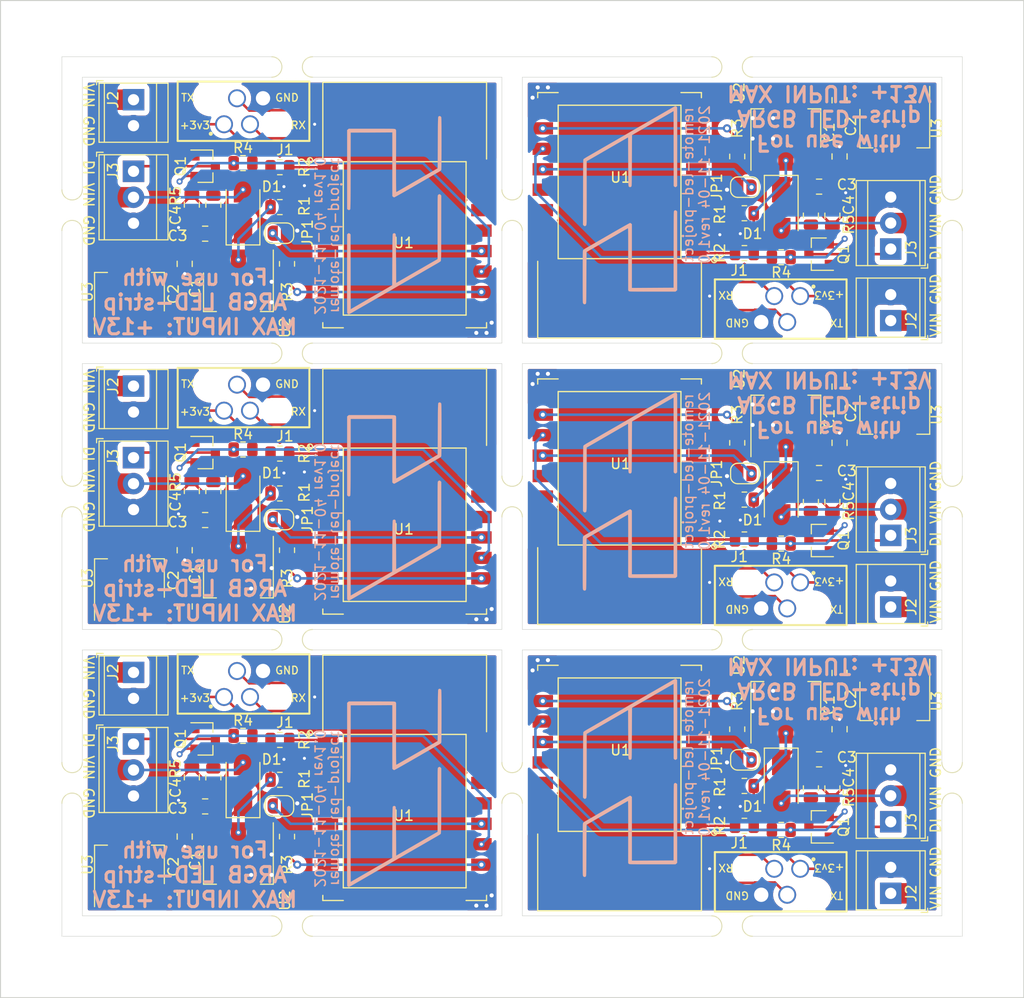
<source format=kicad_pcb>
(kicad_pcb (version 20171130) (host pcbnew "(5.1.6)-1")
  (layers (0 F.Cu signal) (31 B.Cu signal) (34 B.Paste user) (35 F.Paste user) (36 B.SilkS user hide) (37 F.SilkS user) (38 B.Mask user) (39 F.Mask user hide) (44 Edge.Cuts user))
  (net 0 "")
  (net 1 GND)
  (net 2 +3V3)
  (net 3 VIN)
  (net 4 RXD)
  (net 5 TXD)
  (net 6 "Net-(JP1-Pad2)")
  (net 7 "Net-(R1-Pad2)")
  (net 8 "Net-(R2-Pad1)")
  (net 9 "Net-(R3-Pad1)")
  (net 10 "Net-(U1-Pad2)")
  (net 11 "Net-(U1-Pad4)")
  (net 12 "Net-(U1-Pad5)")
  (net 13 "Net-(U1-Pad6)")
  (net 14 "Net-(U1-Pad7)")
  (net 15 "Net-(U1-Pad19)")
  (net 16 "Net-(U1-Pad20)")
  (net 17 "Net-(U1-Pad9)")
  (net 18 "Net-(U1-Pad10)")
  (net 19 "Net-(U1-Pad11)")
  (net 20 "Net-(U1-Pad12)")
  (net 21 "Net-(U1-Pad13)")
  (net 22 "Net-(U1-Pad14)")
  (net 23 /PROT_VIN)
  (net 24 +5V)
  (net 25 LED_OUT_HV)
  (net 26 LED_OUT_LV)
  (module LED_Wled:es (layer B.Cu) (at 98.5 134.5 90)
    (fp_text reference G*** hide)
    (fp_text value LOGO hide)
  )
  (module LED_Wled:es (layer B.Cu) (at 98.5 106.5 90)
    (fp_text reference G*** hide)
    (fp_text value LOGO hide)
  )
  (module LED_Wled:es (layer B.Cu) (at 121.5 133.5 270)
    (fp_text reference G*** hide)
    (fp_text value LOGO hide)
  )
  (module LED_Wled:es (layer B.Cu) (at 121.5 105.5 270)
    (fp_text reference G*** hide)
    (fp_text value LOGO hide)
  )
  (module LED_Wled:es (layer B.Cu) (at 121.5 77.5 270)
    (fp_text reference G*** hide)
    (fp_text value LOGO hide)
  )
  (module LED_Wled:es (layer B.Cu) (at 98.5 78.5 90)
    (fp_text reference G*** hide)
    (fp_text value LOGO hide)
  )
  (module Panelization:mouse-bite-2mm-slot (layer F.Cu) (at 88.5 148)
    (fp_text reference mouse-bite-2mm-slot hide)
    (fp_text value VAL** hide)
    (pad "" np_thru_hole circle (at 0.75 0.75) (size 0.5 0.5) (drill 0.5) (layers *.Cu *.Mask))
    (pad "" np_thru_hole circle (at -0.75 0.75) (size 0.5 0.5) (drill 0.5) (layers *.Cu *.Mask))
    (pad "" np_thru_hole circle (at -0.75 -0.75) (size 0.5 0.5) (drill 0.5) (layers *.Cu *.Mask))
    (pad "" np_thru_hole circle (at 0.75 -0.75) (size 0.5 0.5) (drill 0.5) (layers *.Cu *.Mask))
    (pad "" np_thru_hole circle (at 0 0.75) (size 0.5 0.5) (drill 0.5) (layers *.Cu *.Mask))
    (pad "" np_thru_hole circle (at 0 -0.75) (size 0.5 0.5) (drill 0.5) (layers *.Cu *.Mask))
  )
  (module Panelization:mouse-bite-2mm-slot (layer F.Cu) (at 131.5 148)
    (fp_text reference mouse-bite-2mm-slot hide)
    (fp_text value VAL** hide)
    (pad "" np_thru_hole circle (at 0.75 0.75) (size 0.5 0.5) (drill 0.5) (layers *.Cu *.Mask))
    (pad "" np_thru_hole circle (at -0.75 0.75) (size 0.5 0.5) (drill 0.5) (layers *.Cu *.Mask))
    (pad "" np_thru_hole circle (at -0.75 -0.75) (size 0.5 0.5) (drill 0.5) (layers *.Cu *.Mask))
    (pad "" np_thru_hole circle (at 0.75 -0.75) (size 0.5 0.5) (drill 0.5) (layers *.Cu *.Mask))
    (pad "" np_thru_hole circle (at 0 0.75) (size 0.5 0.5) (drill 0.5) (layers *.Cu *.Mask))
    (pad "" np_thru_hole circle (at 0 -0.75) (size 0.5 0.5) (drill 0.5) (layers *.Cu *.Mask))
  )
  (module Panelization:mouse-bite-2mm-slot (layer F.Cu) (at 131.5 64)
    (fp_text reference mouse-bite-2mm-slot hide)
    (fp_text value VAL** hide)
    (pad "" np_thru_hole circle (at 0.75 0.75) (size 0.5 0.5) (drill 0.5) (layers *.Cu *.Mask))
    (pad "" np_thru_hole circle (at -0.75 0.75) (size 0.5 0.5) (drill 0.5) (layers *.Cu *.Mask))
    (pad "" np_thru_hole circle (at -0.75 -0.75) (size 0.5 0.5) (drill 0.5) (layers *.Cu *.Mask))
    (pad "" np_thru_hole circle (at 0.75 -0.75) (size 0.5 0.5) (drill 0.5) (layers *.Cu *.Mask))
    (pad "" np_thru_hole circle (at 0 0.75) (size 0.5 0.5) (drill 0.5) (layers *.Cu *.Mask))
    (pad "" np_thru_hole circle (at 0 -0.75) (size 0.5 0.5) (drill 0.5) (layers *.Cu *.Mask))
  )
  (module Panelization:mouse-bite-2mm-slot (layer F.Cu) (at 88.5 64 180)
    (fp_text reference mouse-bite-2mm-slot hide)
    (fp_text value VAL** hide)
    (pad "" np_thru_hole circle (at 0.75 0.75 180) (size 0.5 0.5) (drill 0.5) (layers *.Cu *.Mask))
    (pad "" np_thru_hole circle (at -0.75 0.75 180) (size 0.5 0.5) (drill 0.5) (layers *.Cu *.Mask))
    (pad "" np_thru_hole circle (at -0.75 -0.75 180) (size 0.5 0.5) (drill 0.5) (layers *.Cu *.Mask))
    (pad "" np_thru_hole circle (at 0.75 -0.75 180) (size 0.5 0.5) (drill 0.5) (layers *.Cu *.Mask))
    (pad "" np_thru_hole circle (at 0 0.75 180) (size 0.5 0.5) (drill 0.5) (layers *.Cu *.Mask))
    (pad "" np_thru_hole circle (at 0 -0.75 180) (size 0.5 0.5) (drill 0.5) (layers *.Cu *.Mask))
  )
  (module Panelization:mouse-bite-2mm-slot (layer F.Cu) (at 67 78 90)
    (fp_text reference mouse-bite-2mm-slot hide)
    (fp_text value VAL** hide)
    (pad "" np_thru_hole circle (at 0.75 0.75 90) (size 0.5 0.5) (drill 0.5) (layers *.Cu *.Mask))
    (pad "" np_thru_hole circle (at -0.75 0.75 90) (size 0.5 0.5) (drill 0.5) (layers *.Cu *.Mask))
    (pad "" np_thru_hole circle (at -0.75 -0.75 90) (size 0.5 0.5) (drill 0.5) (layers *.Cu *.Mask))
    (pad "" np_thru_hole circle (at 0.75 -0.75 90) (size 0.5 0.5) (drill 0.5) (layers *.Cu *.Mask))
    (pad "" np_thru_hole circle (at 0 0.75 90) (size 0.5 0.5) (drill 0.5) (layers *.Cu *.Mask))
    (pad "" np_thru_hole circle (at 0 -0.75 90) (size 0.5 0.5) (drill 0.5) (layers *.Cu *.Mask))
  )
  (module Panelization:mouse-bite-2mm-slot (layer F.Cu) (at 67 106 90)
    (fp_text reference mouse-bite-2mm-slot hide)
    (fp_text value VAL** hide)
    (pad "" np_thru_hole circle (at 0.75 0.75 90) (size 0.5 0.5) (drill 0.5) (layers *.Cu *.Mask))
    (pad "" np_thru_hole circle (at -0.75 0.75 90) (size 0.5 0.5) (drill 0.5) (layers *.Cu *.Mask))
    (pad "" np_thru_hole circle (at -0.75 -0.75 90) (size 0.5 0.5) (drill 0.5) (layers *.Cu *.Mask))
    (pad "" np_thru_hole circle (at 0.75 -0.75 90) (size 0.5 0.5) (drill 0.5) (layers *.Cu *.Mask))
    (pad "" np_thru_hole circle (at 0 0.75 90) (size 0.5 0.5) (drill 0.5) (layers *.Cu *.Mask))
    (pad "" np_thru_hole circle (at 0 -0.75 90) (size 0.5 0.5) (drill 0.5) (layers *.Cu *.Mask))
  )
  (module Panelization:mouse-bite-2mm-slot (layer F.Cu) (at 67 134 90)
    (fp_text reference mouse-bite-2mm-slot hide)
    (fp_text value VAL** hide)
    (pad "" np_thru_hole circle (at 0.75 0.75 90) (size 0.5 0.5) (drill 0.5) (layers *.Cu *.Mask))
    (pad "" np_thru_hole circle (at -0.75 0.75 90) (size 0.5 0.5) (drill 0.5) (layers *.Cu *.Mask))
    (pad "" np_thru_hole circle (at -0.75 -0.75 90) (size 0.5 0.5) (drill 0.5) (layers *.Cu *.Mask))
    (pad "" np_thru_hole circle (at 0.75 -0.75 90) (size 0.5 0.5) (drill 0.5) (layers *.Cu *.Mask))
    (pad "" np_thru_hole circle (at 0 0.75 90) (size 0.5 0.5) (drill 0.5) (layers *.Cu *.Mask))
    (pad "" np_thru_hole circle (at 0 -0.75 90) (size 0.5 0.5) (drill 0.5) (layers *.Cu *.Mask))
  )
  (module Panelization:mouse-bite-2mm-slot (layer F.Cu) (at 153 134 90)
    (fp_text reference mouse-bite-2mm-slot hide)
    (fp_text value VAL** hide)
    (pad "" np_thru_hole circle (at 0.75 0.75 90) (size 0.5 0.5) (drill 0.5) (layers *.Cu *.Mask))
    (pad "" np_thru_hole circle (at -0.75 0.75 90) (size 0.5 0.5) (drill 0.5) (layers *.Cu *.Mask))
    (pad "" np_thru_hole circle (at -0.75 -0.75 90) (size 0.5 0.5) (drill 0.5) (layers *.Cu *.Mask))
    (pad "" np_thru_hole circle (at 0.75 -0.75 90) (size 0.5 0.5) (drill 0.5) (layers *.Cu *.Mask))
    (pad "" np_thru_hole circle (at 0 0.75 90) (size 0.5 0.5) (drill 0.5) (layers *.Cu *.Mask))
    (pad "" np_thru_hole circle (at 0 -0.75 90) (size 0.5 0.5) (drill 0.5) (layers *.Cu *.Mask))
  )
  (module Panelization:mouse-bite-2mm-slot (layer F.Cu) (at 153 106 90)
    (fp_text reference mouse-bite-2mm-slot hide)
    (fp_text value VAL** hide)
    (pad "" np_thru_hole circle (at 0.75 0.75 90) (size 0.5 0.5) (drill 0.5) (layers *.Cu *.Mask))
    (pad "" np_thru_hole circle (at -0.75 0.75 90) (size 0.5 0.5) (drill 0.5) (layers *.Cu *.Mask))
    (pad "" np_thru_hole circle (at -0.75 -0.75 90) (size 0.5 0.5) (drill 0.5) (layers *.Cu *.Mask))
    (pad "" np_thru_hole circle (at 0.75 -0.75 90) (size 0.5 0.5) (drill 0.5) (layers *.Cu *.Mask))
    (pad "" np_thru_hole circle (at 0 0.75 90) (size 0.5 0.5) (drill 0.5) (layers *.Cu *.Mask))
    (pad "" np_thru_hole circle (at 0 -0.75 90) (size 0.5 0.5) (drill 0.5) (layers *.Cu *.Mask))
  )
  (module Panelization:mouse-bite-2mm-slot (layer F.Cu) (at 153 78 90)
    (fp_text reference mouse-bite-2mm-slot hide)
    (fp_text value VAL** hide)
    (pad "" np_thru_hole circle (at 0.75 0.75 90) (size 0.5 0.5) (drill 0.5) (layers *.Cu *.Mask))
    (pad "" np_thru_hole circle (at -0.75 0.75 90) (size 0.5 0.5) (drill 0.5) (layers *.Cu *.Mask))
    (pad "" np_thru_hole circle (at -0.75 -0.75 90) (size 0.5 0.5) (drill 0.5) (layers *.Cu *.Mask))
    (pad "" np_thru_hole circle (at 0.75 -0.75 90) (size 0.5 0.5) (drill 0.5) (layers *.Cu *.Mask))
    (pad "" np_thru_hole circle (at 0 0.75 90) (size 0.5 0.5) (drill 0.5) (layers *.Cu *.Mask))
    (pad "" np_thru_hole circle (at 0 -0.75 90) (size 0.5 0.5) (drill 0.5) (layers *.Cu *.Mask))
  )
  (module Panelization:mouse-bite-2mm-slot (layer F.Cu) (at 110 134 90)
    (fp_text reference mouse-bite-2mm-slot hide)
    (fp_text value VAL** hide)
    (pad "" np_thru_hole circle (at 0 -0.75 90) (size 0.5 0.5) (drill 0.5) (layers *.Cu *.Mask))
    (pad "" np_thru_hole circle (at 0 0.75 90) (size 0.5 0.5) (drill 0.5) (layers *.Cu *.Mask))
    (pad "" np_thru_hole circle (at 0.75 -0.75 90) (size 0.5 0.5) (drill 0.5) (layers *.Cu *.Mask))
    (pad "" np_thru_hole circle (at -0.75 -0.75 90) (size 0.5 0.5) (drill 0.5) (layers *.Cu *.Mask))
    (pad "" np_thru_hole circle (at -0.75 0.75 90) (size 0.5 0.5) (drill 0.5) (layers *.Cu *.Mask))
    (pad "" np_thru_hole circle (at 0.75 0.75 90) (size 0.5 0.5) (drill 0.5) (layers *.Cu *.Mask))
  )
  (module Package_TO_SOT_SMD:SOT-23 (layer F.Cu) (at 140 138.3 180)
    (fp_text reference Q1 (at -2.4 0 90) (layer F.SilkS))
    (fp_text value BSS138)
    (pad 3 smd rect (at 1 0 180) (size 0.9 0.8) (layers F.Cu F.Paste F.Mask))
    (pad 2 smd rect (at -1 0.95 180) (size 0.9 0.8) (layers F.Cu F.Paste F.Mask))
    (pad 1 smd rect (at -1 -0.95 180) (size 0.9 0.8) (layers F.Cu F.Paste F.Mask))
  )
  (module userdvc:WR_WST_REDFIT_IDC_4Pin (layer F.Cu) (at 136.25 143.67)
    (fp_text reference J1 (at -4.05 -3.77) (layer F.SilkS))
    (fp_text value SWD_PORT_SKEDD)
    (pad None np_thru_hole circle (at 3.235 1.27) (size 2.5 2.5) (drill 2.5) (layers *.Cu *.Mask))
    (pad None np_thru_hole circle (at -3.235 -1.27) (size 2.1 2.1) (drill 2.1) (layers *.Cu *.Mask))
    (pad 4 thru_hole circle (at -1.905 1.27) (size 1.75 1.75) (drill 1.4) (layers *.Cu *.Mask))
    (pad 3 thru_hole circle (at -0.635 -1.27) (size 1.75 1.75) (drill 1.4) (layers *.Cu *.Mask))
    (pad 2 thru_hole circle (at 0.635 1.27) (size 1.75 1.75) (drill 1.4) (layers *.Cu *.Mask))
    (pad 1 thru_hole circle (at 1.905 -1.27) (size 1.75 1.75) (drill 1.4) (layers *.Cu *.Mask))
  )
  (module Resistor_SMD:R_0805_2012Metric (layer F.Cu) (at 136.3 138.6)
    (fp_text reference R4 (at 0 1.5) (layer F.SilkS))
    (fp_text value 10k)
    (pad 2 smd roundrect (at 0.9125 0) (size 1.025 1.4) (layers F.Cu F.Paste F.Mask) (roundrect_rratio 0.243902))
    (pad 1 smd roundrect (at -0.9125 0) (size 1.025 1.4) (layers F.Cu F.Paste F.Mask) (roundrect_rratio 0.243902))
  )
  (module Capacitor_SMD:C_0805_2012Metric (layer F.Cu) (at 140 131.7 180)
    (fp_text reference C3 (at -2.7 0.2) (layer F.SilkS))
    (fp_text value 10uF)
    (pad 2 smd roundrect (at 0.95 0 180) (size 1 1.45) (layers F.Cu F.Paste F.Mask))
    (pad 1 smd roundrect (at -0.95 0 180) (size 1 1.45) (layers F.Cu F.Paste F.Mask))
  )
  (module Jumper:SolderJumper-2_P1.3mm_Open_RoundedPad1.0x1.5mm (layer F.Cu) (at 132.75 131.75)
    (fp_text reference JP1 (at -2.75 0 90) (layer F.SilkS))
    (fp_text value Jumper)
    (pad 2 smd custom (at 0.65 0) (size 1 0.5) (layers F.Cu F.Mask) (options (clearance outline) (anchor rect)) (primitives (gr_circle (center 0 0.25) (end 0.5 0.25) (width 0)) (gr_circle (center 0 -0.25) (end 0.5 -0.25) (width 0)) (gr_poly (pts (xy 0 -0.75) (xy -0.5 -0.75) (xy -0.5 0.75) (xy 0 0.75)) (width 0))))
    (pad 1 smd custom (at -0.65 0) (size 1 0.5) (layers F.Cu F.Mask) (options (clearance outline) (anchor rect)) (primitives (gr_circle (center 0 0.25) (end 0.5 0.25) (width 0)) (gr_circle (center 0 -0.25) (end 0.5 -0.25) (width 0)) (gr_poly (pts (xy 0 -0.75) (xy 0.5 -0.75) (xy 0.5 0.75) (xy 0 0.75)) (width 0))))
  )
  (module Package_TO_SOT_SMD:SOT-223-3_TabPin2 (layer F.Cu) (at 147.4 126 270)
    (fp_text reference U3 (at 0 -4.1 90) (layer F.SilkS))
    (fp_text value AMS1117-5.0)
    (pad 1 smd rect (at -3.15 -2.3 270) (size 2 1.5) (layers F.Cu F.Paste F.Mask))
    (pad 3 smd rect (at -3.15 2.3 270) (size 2 1.5) (layers F.Cu F.Paste F.Mask))
    (pad 2 smd rect (at -3.15 0 270) (size 2 1.5) (layers F.Cu F.Paste F.Mask))
    (pad 2 smd rect (at 3.15 0 270) (size 2 3.8) (layers F.Cu F.Paste F.Mask))
  )
  (module Resistor_SMD:R_0805_2012Metric (layer F.Cu) (at 132.7 134.3 180)
    (fp_text reference R1 (at 2.4 -0.1 90) (layer F.SilkS))
    (fp_text value 10k)
    (pad 2 smd roundrect (at 0.9125 0 180) (size 1.025 1.4) (layers F.Cu F.Paste F.Mask) (roundrect_rratio 0.2439014634146341))
    (pad 1 smd roundrect (at -0.9125 0 180) (size 1.025 1.4) (layers F.Cu F.Paste F.Mask) (roundrect_rratio 0.2439014634146341))
  )
  (module Package_TO_SOT_SMD:SOT-223-3_TabPin2 (layer F.Cu) (at 136.75 126 90)
    (fp_text reference U2 (at 3.5 -4.55 90) (layer F.SilkS))
    (fp_text value AMS1117-3.3)
    (pad 1 smd rect (at -3.15 -2.3 90) (size 2 1.5) (layers F.Cu F.Paste F.Mask))
    (pad 3 smd rect (at -3.15 2.3 90) (size 2 1.5) (layers F.Cu F.Paste F.Mask))
    (pad 2 smd rect (at -3.15 0 90) (size 2 1.5) (layers F.Cu F.Paste F.Mask))
    (pad 2 smd rect (at 3.15 0 90) (size 2 3.8) (layers F.Cu F.Paste F.Mask))
  )
  (module Resistor_SMD:R_0805_2012Metric (layer F.Cu) (at 132.7 138.2)
    (fp_text reference R2 (at -2.4 0 90) (layer F.SilkS))
    (fp_text value 10k)
    (pad 2 smd roundrect (at 0.9125 0) (size 1.025 1.4) (layers F.Cu F.Paste F.Mask) (roundrect_rratio 0.2439014634146341))
    (pad 1 smd roundrect (at -0.9125 0) (size 1.025 1.4) (layers F.Cu F.Paste F.Mask) (roundrect_rratio 0.2439014634146341))
  )
  (module Resistor_SMD:R_0805_2012Metric (layer F.Cu) (at 132 128.75 270)
    (fp_text reference R3 (at -2.75 0 90) (layer F.SilkS))
    (fp_text value 10k)
    (pad 2 smd roundrect (at 0.9125 0 270) (size 1.025 1.4) (layers F.Cu F.Paste F.Mask) (roundrect_rratio 0.2439014634146341))
    (pad 1 smd roundrect (at -0.9125 0 270) (size 1.025 1.4) (layers F.Cu F.Paste F.Mask) (roundrect_rratio 0.2439014634146341))
  )
  (module LED_Wled:ESP-12E (layer F.Cu) (at 120.5 131 180)
    (fp_text reference U1 (at -0.1 0.2) (layer F.SilkS) (effects (font (size 1.000772 1.000772))))
    (fp_text value ESP8266-12E_ESP-12E)
    (pad 1 smd rect (at -7.5 -7 180) (size 2 1.2) (layers F.Cu F.Paste F.Mask))
    (pad 2 smd rect (at -7.5 -5 180) (size 2 1.2) (layers F.Cu F.Paste F.Mask))
    (pad 3 smd rect (at -7.5 -3 180) (size 2 1.2) (layers F.Cu F.Paste F.Mask))
    (pad 4 smd rect (at -7.5 -1 180) (size 2 1.2) (layers F.Cu F.Paste F.Mask))
    (pad 5 smd rect (at -7.5 1 180) (size 2 1.2) (layers F.Cu F.Paste F.Mask))
    (pad 6 smd rect (at -7.5 3 180) (size 2 1.2) (layers F.Cu F.Paste F.Mask))
    (pad 7 smd rect (at -7.5 5 180) (size 2 1.2) (layers F.Cu F.Paste F.Mask))
    (pad 8 smd rect (at -7.5 7 180) (size 2 1.2) (layers F.Cu F.Paste F.Mask))
    (pad 15 smd rect (at 7.5 7 180) (size 2 1.2) (layers F.Cu F.Paste F.Mask))
    (pad 16 smd rect (at 7.5 5 180) (size 2 1.2) (layers F.Cu F.Paste F.Mask))
    (pad 17 smd rect (at 7.5 3 180) (size 2 1.2) (layers F.Cu F.Paste F.Mask))
    (pad 18 smd rect (at 7.5 1 180) (size 2 1.2) (layers F.Cu F.Paste F.Mask))
    (pad 19 smd rect (at 7.5 -1 180) (size 2 1.2) (layers F.Cu F.Paste F.Mask))
    (pad 20 smd rect (at 7.5 -3 180) (size 2 1.2) (layers F.Cu F.Paste F.Mask))
    (pad 21 smd rect (at 7.5 -5 180) (size 2 1.2) (layers F.Cu F.Paste F.Mask))
    (pad 22 smd rect (at 7.5 -7 180) (size 2 1.2) (layers F.Cu F.Paste F.Mask))
    (pad 9 smd rect (at -5 8.5 180) (size 1.1 1.7) (layers F.Cu F.Paste F.Mask))
    (pad 10 smd rect (at -3 8.5 180) (size 1.1 1.7) (layers F.Cu F.Paste F.Mask))
    (pad 11 smd rect (at -1 8.5 180) (size 1.1 1.7) (layers F.Cu F.Paste F.Mask))
    (pad 12 smd rect (at 1 8.5 180) (size 1.1 1.7) (layers F.Cu F.Paste F.Mask))
    (pad 13 smd rect (at 3 8.5 180) (size 1.1 1.7) (layers F.Cu F.Paste F.Mask))
    (pad 14 smd rect (at 5 8.5 180) (size 1.1 1.7) (layers F.Cu F.Paste F.Mask))
  )
  (module Resistor_SMD:R_0805_2012Metric (layer F.Cu) (at 139.2 134.5125 270)
    (fp_text reference R5 (at 0.8875 -3.7 90) (layer F.SilkS))
    (fp_text value 10k)
    (pad 2 smd roundrect (at 0.9125 0 270) (size 1.025 1.4) (layers F.Cu F.Paste F.Mask) (roundrect_rratio 0.243902))
    (pad 1 smd roundrect (at -0.9125 0 270) (size 1.025 1.4) (layers F.Cu F.Paste F.Mask) (roundrect_rratio 0.243902))
  )
  (module Diode_SMD:D_SMA (layer F.Cu) (at 136.3 134 270)
    (fp_text reference D1 (at 2.3 2.8 180) (layer F.SilkS))
    (fp_text value SS210)
    (pad 2 smd rect (at 2 0 270) (size 2.5 1.8) (layers F.Cu F.Paste F.Mask))
    (pad 1 smd rect (at -2 0 270) (size 2.5 1.8) (layers F.Cu F.Paste F.Mask))
  )
  (module Capacitor_SMD:C_0805_2012Metric (layer F.Cu) (at 142 128.75 90)
    (fp_text reference C1 (at 2.35 -1 90) (layer F.SilkS))
    (fp_text value 10uF)
    (pad 2 smd roundrect (at 0.95 0 90) (size 1 1.45) (layers F.Cu F.Paste F.Mask))
    (pad 1 smd roundrect (at -0.95 0 90) (size 1 1.45) (layers F.Cu F.Paste F.Mask))
  )
  (module Capacitor_SMD:C_0805_2012Metric (layer F.Cu) (at 142 123.25 270)
    (fp_text reference C2 (at 2.55 -1.1 90) (layer F.SilkS))
    (fp_text value 10uF)
    (pad 2 smd roundrect (at 0.95 0 270) (size 1 1.45) (layers F.Cu F.Paste F.Mask))
    (pad 1 smd roundrect (at -0.95 0 270) (size 1 1.45) (layers F.Cu F.Paste F.Mask))
  )
  (module TerminalBlock_TE-Connectivity:TerminalBlock_TE_282834-2_1x02_P2.54mm_Horizontal (layer F.Cu) (at 147 144.8 90)
    (fp_text reference J2 (at 0 2 90) (layer F.SilkS))
    (fp_text value Screw_Terminal_01x02)
    (pad 2 thru_hole circle (at 2.54 0 90) (size 2.1 2.1) (drill 1.1) (layers *.Cu *.Mask))
    (pad 1 thru_hole rect (at 0 0 90) (size 2.1 2.1) (drill 1.1) (layers *.Cu *.Mask))
  )
  (module Capacitor_SMD:C_0805_2012Metric (layer F.Cu) (at 141.3 134.55 90)
    (fp_text reference C4 (at 1.05 1.6 90) (layer F.SilkS))
    (fp_text value 10uF)
    (pad 2 smd roundrect (at 0.95 0 90) (size 1 1.45) (layers F.Cu F.Paste F.Mask))
    (pad 1 smd roundrect (at -0.95 0 90) (size 1 1.45) (layers F.Cu F.Paste F.Mask))
  )
  (module TerminalBlock_TE-Connectivity:TerminalBlock_TE_282834-3_1x03_P2.54mm_Horizontal (layer F.Cu) (at 147 137.8 90)
    (fp_text reference J3 (at 0 2 270) (layer F.SilkS))
    (fp_text value Screw_Terminal_01x03)
    (pad 3 thru_hole circle (at 5.08 0 90) (size 2.1 2.1) (drill 1.1) (layers *.Cu *.Mask))
    (pad 2 thru_hole circle (at 2.54 0 90) (size 2.1 2.1) (drill 1.1) (layers *.Cu *.Mask))
    (pad 1 thru_hole rect (at 0 0 90) (size 2.1 2.1) (drill 1.1) (layers *.Cu *.Mask))
  )
  (module Package_TO_SOT_SMD:SOT-23 (layer F.Cu) (at 80 129.7)
    (fp_text reference Q1 (at -2.4 0 90) (layer F.SilkS))
    (fp_text value BSS138)
    (pad 1 smd rect (at -1 -0.95) (size 0.9 0.8) (layers F.Cu F.Paste F.Mask))
    (pad 2 smd rect (at -1 0.95) (size 0.9 0.8) (layers F.Cu F.Paste F.Mask))
    (pad 3 smd rect (at 1 0) (size 0.9 0.8) (layers F.Cu F.Paste F.Mask))
  )
  (module userdvc:WR_WST_REDFIT_IDC_4Pin (layer F.Cu) (at 83.75 124.33 180)
    (fp_text reference J1 (at -4.05 -3.77) (layer F.SilkS))
    (fp_text value SWD_PORT_SKEDD)
    (pad 1 thru_hole circle (at 1.905 -1.27 180) (size 1.75 1.75) (drill 1.4) (layers *.Cu *.Mask))
    (pad 2 thru_hole circle (at 0.635 1.27 180) (size 1.75 1.75) (drill 1.4) (layers *.Cu *.Mask))
    (pad 3 thru_hole circle (at -0.635 -1.27 180) (size 1.75 1.75) (drill 1.4) (layers *.Cu *.Mask))
    (pad 4 thru_hole circle (at -1.905 1.27 180) (size 1.75 1.75) (drill 1.4) (layers *.Cu *.Mask))
    (pad None np_thru_hole circle (at -3.235 -1.27 180) (size 2.1 2.1) (drill 2.1) (layers *.Cu *.Mask))
    (pad None np_thru_hole circle (at 3.235 1.27 180) (size 2.5 2.5) (drill 2.5) (layers *.Cu *.Mask))
  )
  (module Jumper:SolderJumper-2_P1.3mm_Open_RoundedPad1.0x1.5mm (layer F.Cu) (at 87.25 136.25 180)
    (fp_text reference JP1 (at -2.75 0 90) (layer F.SilkS))
    (fp_text value Jumper)
    (pad 1 smd custom (at -0.65 0 180) (size 1 0.5) (layers F.Cu F.Mask) (options (clearance outline) (anchor rect)) (primitives (gr_circle (center 0 0.25) (end 0.5 0.25) (width 0)) (gr_circle (center 0 -0.25) (end 0.5 -0.25) (width 0)) (gr_poly (pts (xy 0 -0.75) (xy 0.5 -0.75) (xy 0.5 0.75) (xy 0 0.75)) (width 0))))
    (pad 2 smd custom (at 0.65 0 180) (size 1 0.5) (layers F.Cu F.Mask) (options (clearance outline) (anchor rect)) (primitives (gr_circle (center 0 0.25) (end 0.5 0.25) (width 0)) (gr_circle (center 0 -0.25) (end 0.5 -0.25) (width 0)) (gr_poly (pts (xy 0 -0.75) (xy -0.5 -0.75) (xy -0.5 0.75) (xy 0 0.75)) (width 0))))
  )
  (module Package_TO_SOT_SMD:SOT-223-3_TabPin2 (layer F.Cu) (at 72.6 142 90)
    (fp_text reference U3 (at 0 -4.1 90) (layer F.SilkS))
    (fp_text value AMS1117-5.0)
    (pad 2 smd rect (at 3.15 0 90) (size 2 3.8) (layers F.Cu F.Paste F.Mask))
    (pad 2 smd rect (at -3.15 0 90) (size 2 1.5) (layers F.Cu F.Paste F.Mask))
    (pad 3 smd rect (at -3.15 2.3 90) (size 2 1.5) (layers F.Cu F.Paste F.Mask))
    (pad 1 smd rect (at -3.15 -2.3 90) (size 2 1.5) (layers F.Cu F.Paste F.Mask))
  )
  (module Resistor_SMD:R_0805_2012Metric (layer F.Cu) (at 87.3 133.7)
    (fp_text reference R1 (at 2.4 -0.1 90) (layer F.SilkS))
    (fp_text value 10k)
    (pad 1 smd roundrect (at -0.9125 0) (size 1.025 1.4) (layers F.Cu F.Paste F.Mask) (roundrect_rratio 0.2439014634146341))
    (pad 2 smd roundrect (at 0.9125 0) (size 1.025 1.4) (layers F.Cu F.Paste F.Mask) (roundrect_rratio 0.2439014634146341))
  )
  (module Package_TO_SOT_SMD:SOT-223-3_TabPin2 (layer F.Cu) (at 83.25 142 270)
    (fp_text reference U2 (at 3.5 -4.55 90) (layer F.SilkS))
    (fp_text value AMS1117-3.3)
    (pad 2 smd rect (at 3.15 0 270) (size 2 3.8) (layers F.Cu F.Paste F.Mask))
    (pad 2 smd rect (at -3.15 0 270) (size 2 1.5) (layers F.Cu F.Paste F.Mask))
    (pad 3 smd rect (at -3.15 2.3 270) (size 2 1.5) (layers F.Cu F.Paste F.Mask))
    (pad 1 smd rect (at -3.15 -2.3 270) (size 2 1.5) (layers F.Cu F.Paste F.Mask))
  )
  (module Resistor_SMD:R_0805_2012Metric (layer F.Cu) (at 87.3 129.8 180)
    (fp_text reference R2 (at -2.4 0 90) (layer F.SilkS))
    (fp_text value 10k)
    (pad 1 smd roundrect (at -0.9125 0 180) (size 1.025 1.4) (layers F.Cu F.Paste F.Mask) (roundrect_rratio 0.2439014634146341))
    (pad 2 smd roundrect (at 0.9125 0 180) (size 1.025 1.4) (layers F.Cu F.Paste F.Mask) (roundrect_rratio 0.2439014634146341))
  )
  (module Resistor_SMD:R_0805_2012Metric (layer F.Cu) (at 83.7 129.4 180)
    (fp_text reference R4 (at 0 1.5) (layer F.SilkS))
    (fp_text value 10k)
    (pad 1 smd roundrect (at -0.9125 0 180) (size 1.025 1.4) (layers F.Cu F.Paste F.Mask) (roundrect_rratio 0.243902))
    (pad 2 smd roundrect (at 0.9125 0 180) (size 1.025 1.4) (layers F.Cu F.Paste F.Mask) (roundrect_rratio 0.243902))
  )
  (module Resistor_SMD:R_0805_2012Metric (layer F.Cu) (at 88 139.25 90)
    (fp_text reference R3 (at -2.75 0 90) (layer F.SilkS))
    (fp_text value 10k)
    (pad 1 smd roundrect (at -0.9125 0 90) (size 1.025 1.4) (layers F.Cu F.Paste F.Mask) (roundrect_rratio 0.2439014634146341))
    (pad 2 smd roundrect (at 0.9125 0 90) (size 1.025 1.4) (layers F.Cu F.Paste F.Mask) (roundrect_rratio 0.2439014634146341))
  )
  (module LED_Wled:ESP-12E (layer F.Cu) (at 99.5 137)
    (fp_text reference U1 (at -0.1 0.2) (layer F.SilkS) (effects (font (size 1.000772 1.000772))))
    (fp_text value ESP8266-12E_ESP-12E)
    (pad 14 smd rect (at 5 8.5) (size 1.1 1.7) (layers F.Cu F.Paste F.Mask))
    (pad 13 smd rect (at 3 8.5) (size 1.1 1.7) (layers F.Cu F.Paste F.Mask))
    (pad 12 smd rect (at 1 8.5) (size 1.1 1.7) (layers F.Cu F.Paste F.Mask))
    (pad 11 smd rect (at -1 8.5) (size 1.1 1.7) (layers F.Cu F.Paste F.Mask))
    (pad 10 smd rect (at -3 8.5) (size 1.1 1.7) (layers F.Cu F.Paste F.Mask))
    (pad 9 smd rect (at -5 8.5) (size 1.1 1.7) (layers F.Cu F.Paste F.Mask))
    (pad 22 smd rect (at 7.5 -7) (size 2 1.2) (layers F.Cu F.Paste F.Mask))
    (pad 21 smd rect (at 7.5 -5) (size 2 1.2) (layers F.Cu F.Paste F.Mask))
    (pad 20 smd rect (at 7.5 -3) (size 2 1.2) (layers F.Cu F.Paste F.Mask))
    (pad 19 smd rect (at 7.5 -1) (size 2 1.2) (layers F.Cu F.Paste F.Mask))
    (pad 18 smd rect (at 7.5 1) (size 2 1.2) (layers F.Cu F.Paste F.Mask))
    (pad 17 smd rect (at 7.5 3) (size 2 1.2) (layers F.Cu F.Paste F.Mask))
    (pad 16 smd rect (at 7.5 5) (size 2 1.2) (layers F.Cu F.Paste F.Mask))
    (pad 15 smd rect (at 7.5 7) (size 2 1.2) (layers F.Cu F.Paste F.Mask))
    (pad 8 smd rect (at -7.5 7) (size 2 1.2) (layers F.Cu F.Paste F.Mask))
    (pad 7 smd rect (at -7.5 5) (size 2 1.2) (layers F.Cu F.Paste F.Mask))
    (pad 6 smd rect (at -7.5 3) (size 2 1.2) (layers F.Cu F.Paste F.Mask))
    (pad 5 smd rect (at -7.5 1) (size 2 1.2) (layers F.Cu F.Paste F.Mask))
    (pad 4 smd rect (at -7.5 -1) (size 2 1.2) (layers F.Cu F.Paste F.Mask))
    (pad 3 smd rect (at -7.5 -3) (size 2 1.2) (layers F.Cu F.Paste F.Mask))
    (pad 2 smd rect (at -7.5 -5) (size 2 1.2) (layers F.Cu F.Paste F.Mask))
    (pad 1 smd rect (at -7.5 -7) (size 2 1.2) (layers F.Cu F.Paste F.Mask))
  )
  (module Capacitor_SMD:C_0805_2012Metric (layer F.Cu) (at 80 136.3)
    (fp_text reference C3 (at -2.7 0.2) (layer F.SilkS))
    (fp_text value 10uF)
    (pad 1 smd roundrect (at -0.95 0) (size 1 1.45) (layers F.Cu F.Paste F.Mask))
    (pad 2 smd roundrect (at 0.95 0) (size 1 1.45) (layers F.Cu F.Paste F.Mask))
  )
  (module Capacitor_SMD:C_0805_2012Metric (layer F.Cu) (at 78.7 133.45 270)
    (fp_text reference C4 (at 1.05 1.6 90) (layer F.SilkS))
    (fp_text value 10uF)
    (pad 1 smd roundrect (at -0.95 0 270) (size 1 1.45) (layers F.Cu F.Paste F.Mask))
    (pad 2 smd roundrect (at 0.95 0 270) (size 1 1.45) (layers F.Cu F.Paste F.Mask))
  )
  (module Resistor_SMD:R_0805_2012Metric (layer F.Cu) (at 80.8 133.4875 90)
    (fp_text reference R5 (at 0.8875 -3.7 90) (layer F.SilkS))
    (fp_text value 10k)
    (pad 1 smd roundrect (at -0.9125 0 90) (size 1.025 1.4) (layers F.Cu F.Paste F.Mask) (roundrect_rratio 0.243902))
    (pad 2 smd roundrect (at 0.9125 0 90) (size 1.025 1.4) (layers F.Cu F.Paste F.Mask) (roundrect_rratio 0.243902))
  )
  (module Diode_SMD:D_SMA (layer F.Cu) (at 83.7 134 90)
    (fp_text reference D1 (at 2.3 2.8 180) (layer F.SilkS))
    (fp_text value SS210)
    (pad 1 smd rect (at -2 0 90) (size 2.5 1.8) (layers F.Cu F.Paste F.Mask))
    (pad 2 smd rect (at 2 0 90) (size 2.5 1.8) (layers F.Cu F.Paste F.Mask))
  )
  (module Capacitor_SMD:C_0805_2012Metric (layer F.Cu) (at 78 139.25 270)
    (fp_text reference C1 (at 2.35 -1 90) (layer F.SilkS))
    (fp_text value 10uF)
    (pad 1 smd roundrect (at -0.95 0 270) (size 1 1.45) (layers F.Cu F.Paste F.Mask))
    (pad 2 smd roundrect (at 0.95 0 270) (size 1 1.45) (layers F.Cu F.Paste F.Mask))
  )
  (module Capacitor_SMD:C_0805_2012Metric (layer F.Cu) (at 78 144.75 90)
    (fp_text reference C2 (at 2.55 -1.1 90) (layer F.SilkS))
    (fp_text value 10uF)
    (pad 1 smd roundrect (at -0.95 0 90) (size 1 1.45) (layers F.Cu F.Paste F.Mask))
    (pad 2 smd roundrect (at 0.95 0 90) (size 1 1.45) (layers F.Cu F.Paste F.Mask))
  )
  (module TerminalBlock_TE-Connectivity:TerminalBlock_TE_282834-3_1x03_P2.54mm_Horizontal (layer F.Cu) (at 73 130.2 270)
    (fp_text reference J3 (at 0 2 270) (layer F.SilkS))
    (fp_text value Screw_Terminal_01x03)
    (pad 1 thru_hole rect (at 0 0 270) (size 2.1 2.1) (drill 1.1) (layers *.Cu *.Mask))
    (pad 2 thru_hole circle (at 2.54 0 270) (size 2.1 2.1) (drill 1.1) (layers *.Cu *.Mask))
    (pad 3 thru_hole circle (at 5.08 0 270) (size 2.1 2.1) (drill 1.1) (layers *.Cu *.Mask))
  )
  (module TerminalBlock_TE-Connectivity:TerminalBlock_TE_282834-2_1x02_P2.54mm_Horizontal (layer F.Cu) (at 73 123.2 270)
    (fp_text reference J2 (at 0 2 90) (layer F.SilkS))
    (fp_text value Screw_Terminal_01x02)
    (pad 1 thru_hole rect (at 0 0 270) (size 2.1 2.1) (drill 1.1) (layers *.Cu *.Mask))
    (pad 2 thru_hole circle (at 2.54 0 270) (size 2.1 2.1) (drill 1.1) (layers *.Cu *.Mask))
  )
  (module Panelization:mouse-bite-2mm-slot (layer F.Cu) (at 110 106 90)
    (fp_text reference mouse-bite-2mm-slot hide)
    (fp_text value VAL** hide)
    (pad "" np_thru_hole circle (at 0 -0.75 90) (size 0.5 0.5) (drill 0.5) (layers *.Cu *.Mask))
    (pad "" np_thru_hole circle (at 0 0.75 90) (size 0.5 0.5) (drill 0.5) (layers *.Cu *.Mask))
    (pad "" np_thru_hole circle (at 0.75 -0.75 90) (size 0.5 0.5) (drill 0.5) (layers *.Cu *.Mask))
    (pad "" np_thru_hole circle (at -0.75 -0.75 90) (size 0.5 0.5) (drill 0.5) (layers *.Cu *.Mask))
    (pad "" np_thru_hole circle (at -0.75 0.75 90) (size 0.5 0.5) (drill 0.5) (layers *.Cu *.Mask))
    (pad "" np_thru_hole circle (at 0.75 0.75 90) (size 0.5 0.5) (drill 0.5) (layers *.Cu *.Mask))
  )
  (module Panelization:mouse-bite-2mm-slot (layer F.Cu) (at 131.5 120)
    (fp_text reference mouse-bite-2mm-slot hide)
    (fp_text value VAL** hide)
    (pad "" np_thru_hole circle (at 0 -0.75) (size 0.5 0.5) (drill 0.5) (layers *.Cu *.Mask))
    (pad "" np_thru_hole circle (at 0 0.75) (size 0.5 0.5) (drill 0.5) (layers *.Cu *.Mask))
    (pad "" np_thru_hole circle (at 0.75 -0.75) (size 0.5 0.5) (drill 0.5) (layers *.Cu *.Mask))
    (pad "" np_thru_hole circle (at -0.75 -0.75) (size 0.5 0.5) (drill 0.5) (layers *.Cu *.Mask))
    (pad "" np_thru_hole circle (at -0.75 0.75) (size 0.5 0.5) (drill 0.5) (layers *.Cu *.Mask))
    (pad "" np_thru_hole circle (at 0.75 0.75) (size 0.5 0.5) (drill 0.5) (layers *.Cu *.Mask))
  )
  (module Package_TO_SOT_SMD:SOT-23 (layer F.Cu) (at 140 110.3 180)
    (fp_text reference Q1 (at -2.4 0 90) (layer F.SilkS))
    (fp_text value BSS138)
    (pad 3 smd rect (at 1 0 180) (size 0.9 0.8) (layers F.Cu F.Paste F.Mask))
    (pad 2 smd rect (at -1 0.95 180) (size 0.9 0.8) (layers F.Cu F.Paste F.Mask))
    (pad 1 smd rect (at -1 -0.95 180) (size 0.9 0.8) (layers F.Cu F.Paste F.Mask))
  )
  (module userdvc:WR_WST_REDFIT_IDC_4Pin (layer F.Cu) (at 136.25 115.67)
    (fp_text reference J1 (at -4.05 -3.77) (layer F.SilkS))
    (fp_text value SWD_PORT_SKEDD)
    (pad None np_thru_hole circle (at 3.235 1.27) (size 2.5 2.5) (drill 2.5) (layers *.Cu *.Mask))
    (pad None np_thru_hole circle (at -3.235 -1.27) (size 2.1 2.1) (drill 2.1) (layers *.Cu *.Mask))
    (pad 4 thru_hole circle (at -1.905 1.27) (size 1.75 1.75) (drill 1.4) (layers *.Cu *.Mask))
    (pad 3 thru_hole circle (at -0.635 -1.27) (size 1.75 1.75) (drill 1.4) (layers *.Cu *.Mask))
    (pad 2 thru_hole circle (at 0.635 1.27) (size 1.75 1.75) (drill 1.4) (layers *.Cu *.Mask))
    (pad 1 thru_hole circle (at 1.905 -1.27) (size 1.75 1.75) (drill 1.4) (layers *.Cu *.Mask))
  )
  (module Resistor_SMD:R_0805_2012Metric (layer F.Cu) (at 136.3 110.6)
    (fp_text reference R4 (at 0 1.5) (layer F.SilkS))
    (fp_text value 10k)
    (pad 2 smd roundrect (at 0.9125 0) (size 1.025 1.4) (layers F.Cu F.Paste F.Mask) (roundrect_rratio 0.243902))
    (pad 1 smd roundrect (at -0.9125 0) (size 1.025 1.4) (layers F.Cu F.Paste F.Mask) (roundrect_rratio 0.243902))
  )
  (module Capacitor_SMD:C_0805_2012Metric (layer F.Cu) (at 140 103.7 180)
    (fp_text reference C3 (at -2.7 0.2) (layer F.SilkS))
    (fp_text value 10uF)
    (pad 2 smd roundrect (at 0.95 0 180) (size 1 1.45) (layers F.Cu F.Paste F.Mask))
    (pad 1 smd roundrect (at -0.95 0 180) (size 1 1.45) (layers F.Cu F.Paste F.Mask))
  )
  (module Jumper:SolderJumper-2_P1.3mm_Open_RoundedPad1.0x1.5mm (layer F.Cu) (at 132.75 103.75)
    (fp_text reference JP1 (at -2.75 0 90) (layer F.SilkS))
    (fp_text value Jumper)
    (pad 2 smd custom (at 0.65 0) (size 1 0.5) (layers F.Cu F.Mask) (options (clearance outline) (anchor rect)) (primitives (gr_circle (center 0 0.25) (end 0.5 0.25) (width 0)) (gr_circle (center 0 -0.25) (end 0.5 -0.25) (width 0)) (gr_poly (pts (xy 0 -0.75) (xy -0.5 -0.75) (xy -0.5 0.75) (xy 0 0.75)) (width 0))))
    (pad 1 smd custom (at -0.65 0) (size 1 0.5) (layers F.Cu F.Mask) (options (clearance outline) (anchor rect)) (primitives (gr_circle (center 0 0.25) (end 0.5 0.25) (width 0)) (gr_circle (center 0 -0.25) (end 0.5 -0.25) (width 0)) (gr_poly (pts (xy 0 -0.75) (xy 0.5 -0.75) (xy 0.5 0.75) (xy 0 0.75)) (width 0))))
  )
  (module Package_TO_SOT_SMD:SOT-223-3_TabPin2 (layer F.Cu) (at 147.4 98 270)
    (fp_text reference U3 (at 0 -4.1 90) (layer F.SilkS))
    (fp_text value AMS1117-5.0)
    (pad 1 smd rect (at -3.15 -2.3 270) (size 2 1.5) (layers F.Cu F.Paste F.Mask))
    (pad 3 smd rect (at -3.15 2.3 270) (size 2 1.5) (layers F.Cu F.Paste F.Mask))
    (pad 2 smd rect (at -3.15 0 270) (size 2 1.5) (layers F.Cu F.Paste F.Mask))
    (pad 2 smd rect (at 3.15 0 270) (size 2 3.8) (layers F.Cu F.Paste F.Mask))
  )
  (module Resistor_SMD:R_0805_2012Metric (layer F.Cu) (at 132.7 106.3 180)
    (fp_text reference R1 (at 2.4 -0.1 90) (layer F.SilkS))
    (fp_text value 10k)
    (pad 2 smd roundrect (at 0.9125 0 180) (size 1.025 1.4) (layers F.Cu F.Paste F.Mask) (roundrect_rratio 0.2439014634146341))
    (pad 1 smd roundrect (at -0.9125 0 180) (size 1.025 1.4) (layers F.Cu F.Paste F.Mask) (roundrect_rratio 0.2439014634146341))
  )
  (module Package_TO_SOT_SMD:SOT-223-3_TabPin2 (layer F.Cu) (at 136.75 98 90)
    (fp_text reference U2 (at 3.5 -4.55 90) (layer F.SilkS))
    (fp_text value AMS1117-3.3)
    (pad 1 smd rect (at -3.15 -2.3 90) (size 2 1.5) (layers F.Cu F.Paste F.Mask))
    (pad 3 smd rect (at -3.15 2.3 90) (size 2 1.5) (layers F.Cu F.Paste F.Mask))
    (pad 2 smd rect (at -3.15 0 90) (size 2 1.5) (layers F.Cu F.Paste F.Mask))
    (pad 2 smd rect (at 3.15 0 90) (size 2 3.8) (layers F.Cu F.Paste F.Mask))
  )
  (module Resistor_SMD:R_0805_2012Metric (layer F.Cu) (at 132.7 110.2)
    (fp_text reference R2 (at -2.4 0 90) (layer F.SilkS))
    (fp_text value 10k)
    (pad 2 smd roundrect (at 0.9125 0) (size 1.025 1.4) (layers F.Cu F.Paste F.Mask) (roundrect_rratio 0.2439014634146341))
    (pad 1 smd roundrect (at -0.9125 0) (size 1.025 1.4) (layers F.Cu F.Paste F.Mask) (roundrect_rratio 0.2439014634146341))
  )
  (module Resistor_SMD:R_0805_2012Metric (layer F.Cu) (at 132 100.75 270)
    (fp_text reference R3 (at -2.75 0 90) (layer F.SilkS))
    (fp_text value 10k)
    (pad 2 smd roundrect (at 0.9125 0 270) (size 1.025 1.4) (layers F.Cu F.Paste F.Mask) (roundrect_rratio 0.2439014634146341))
    (pad 1 smd roundrect (at -0.9125 0 270) (size 1.025 1.4) (layers F.Cu F.Paste F.Mask) (roundrect_rratio 0.2439014634146341))
  )
  (module LED_Wled:ESP-12E (layer F.Cu) (at 120.5 103 180)
    (fp_text reference U1 (at -0.1 0.2) (layer F.SilkS) (effects (font (size 1.000772 1.000772))))
    (fp_text value ESP8266-12E_ESP-12E)
    (pad 1 smd rect (at -7.5 -7 180) (size 2 1.2) (layers F.Cu F.Paste F.Mask))
    (pad 2 smd rect (at -7.5 -5 180) (size 2 1.2) (layers F.Cu F.Paste F.Mask))
    (pad 3 smd rect (at -7.5 -3 180) (size 2 1.2) (layers F.Cu F.Paste F.Mask))
    (pad 4 smd rect (at -7.5 -1 180) (size 2 1.2) (layers F.Cu F.Paste F.Mask))
    (pad 5 smd rect (at -7.5 1 180) (size 2 1.2) (layers F.Cu F.Paste F.Mask))
    (pad 6 smd rect (at -7.5 3 180) (size 2 1.2) (layers F.Cu F.Paste F.Mask))
    (pad 7 smd rect (at -7.5 5 180) (size 2 1.2) (layers F.Cu F.Paste F.Mask))
    (pad 8 smd rect (at -7.5 7 180) (size 2 1.2) (layers F.Cu F.Paste F.Mask))
    (pad 15 smd rect (at 7.5 7 180) (size 2 1.2) (layers F.Cu F.Paste F.Mask))
    (pad 16 smd rect (at 7.5 5 180) (size 2 1.2) (layers F.Cu F.Paste F.Mask))
    (pad 17 smd rect (at 7.5 3 180) (size 2 1.2) (layers F.Cu F.Paste F.Mask))
    (pad 18 smd rect (at 7.5 1 180) (size 2 1.2) (layers F.Cu F.Paste F.Mask))
    (pad 19 smd rect (at 7.5 -1 180) (size 2 1.2) (layers F.Cu F.Paste F.Mask))
    (pad 20 smd rect (at 7.5 -3 180) (size 2 1.2) (layers F.Cu F.Paste F.Mask))
    (pad 21 smd rect (at 7.5 -5 180) (size 2 1.2) (layers F.Cu F.Paste F.Mask))
    (pad 22 smd rect (at 7.5 -7 180) (size 2 1.2) (layers F.Cu F.Paste F.Mask))
    (pad 9 smd rect (at -5 8.5 180) (size 1.1 1.7) (layers F.Cu F.Paste F.Mask))
    (pad 10 smd rect (at -3 8.5 180) (size 1.1 1.7) (layers F.Cu F.Paste F.Mask))
    (pad 11 smd rect (at -1 8.5 180) (size 1.1 1.7) (layers F.Cu F.Paste F.Mask))
    (pad 12 smd rect (at 1 8.5 180) (size 1.1 1.7) (layers F.Cu F.Paste F.Mask))
    (pad 13 smd rect (at 3 8.5 180) (size 1.1 1.7) (layers F.Cu F.Paste F.Mask))
    (pad 14 smd rect (at 5 8.5 180) (size 1.1 1.7) (layers F.Cu F.Paste F.Mask))
  )
  (module Resistor_SMD:R_0805_2012Metric (layer F.Cu) (at 139.2 106.5125 270)
    (fp_text reference R5 (at 0.8875 -3.7 90) (layer F.SilkS))
    (fp_text value 10k)
    (pad 2 smd roundrect (at 0.9125 0 270) (size 1.025 1.4) (layers F.Cu F.Paste F.Mask) (roundrect_rratio 0.243902))
    (pad 1 smd roundrect (at -0.9125 0 270) (size 1.025 1.4) (layers F.Cu F.Paste F.Mask) (roundrect_rratio 0.243902))
  )
  (module Diode_SMD:D_SMA (layer F.Cu) (at 136.3 106 270)
    (fp_text reference D1 (at 2.3 2.8 180) (layer F.SilkS))
    (fp_text value SS210)
    (pad 2 smd rect (at 2 0 270) (size 2.5 1.8) (layers F.Cu F.Paste F.Mask))
    (pad 1 smd rect (at -2 0 270) (size 2.5 1.8) (layers F.Cu F.Paste F.Mask))
  )
  (module Capacitor_SMD:C_0805_2012Metric (layer F.Cu) (at 142 100.75 90)
    (fp_text reference C1 (at 2.35 -1 90) (layer F.SilkS))
    (fp_text value 10uF)
    (pad 2 smd roundrect (at 0.95 0 90) (size 1 1.45) (layers F.Cu F.Paste F.Mask))
    (pad 1 smd roundrect (at -0.95 0 90) (size 1 1.45) (layers F.Cu F.Paste F.Mask))
  )
  (module Capacitor_SMD:C_0805_2012Metric (layer F.Cu) (at 142 95.25 270)
    (fp_text reference C2 (at 2.55 -1.1 90) (layer F.SilkS))
    (fp_text value 10uF)
    (pad 2 smd roundrect (at 0.95 0 270) (size 1 1.45) (layers F.Cu F.Paste F.Mask))
    (pad 1 smd roundrect (at -0.95 0 270) (size 1 1.45) (layers F.Cu F.Paste F.Mask))
  )
  (module TerminalBlock_TE-Connectivity:TerminalBlock_TE_282834-2_1x02_P2.54mm_Horizontal (layer F.Cu) (at 147 116.8 90)
    (fp_text reference J2 (at 0 2 90) (layer F.SilkS))
    (fp_text value Screw_Terminal_01x02)
    (pad 2 thru_hole circle (at 2.54 0 90) (size 2.1 2.1) (drill 1.1) (layers *.Cu *.Mask))
    (pad 1 thru_hole rect (at 0 0 90) (size 2.1 2.1) (drill 1.1) (layers *.Cu *.Mask))
  )
  (module Panelization:mouse-bite-2mm-slot (layer F.Cu) (at 88.5 120)
    (fp_text reference mouse-bite-2mm-slot hide)
    (fp_text value VAL** hide)
    (pad "" np_thru_hole circle (at 0 -0.75) (size 0.5 0.5) (drill 0.5) (layers *.Cu *.Mask))
    (pad "" np_thru_hole circle (at 0 0.75) (size 0.5 0.5) (drill 0.5) (layers *.Cu *.Mask))
    (pad "" np_thru_hole circle (at 0.75 -0.75) (size 0.5 0.5) (drill 0.5) (layers *.Cu *.Mask))
    (pad "" np_thru_hole circle (at -0.75 -0.75) (size 0.5 0.5) (drill 0.5) (layers *.Cu *.Mask))
    (pad "" np_thru_hole circle (at -0.75 0.75) (size 0.5 0.5) (drill 0.5) (layers *.Cu *.Mask))
    (pad "" np_thru_hole circle (at 0.75 0.75) (size 0.5 0.5) (drill 0.5) (layers *.Cu *.Mask))
  )
  (module Capacitor_SMD:C_0805_2012Metric (layer F.Cu) (at 141.3 106.55 90)
    (fp_text reference C4 (at 1.05 1.6 90) (layer F.SilkS))
    (fp_text value 10uF)
    (pad 2 smd roundrect (at 0.95 0 90) (size 1 1.45) (layers F.Cu F.Paste F.Mask))
    (pad 1 smd roundrect (at -0.95 0 90) (size 1 1.45) (layers F.Cu F.Paste F.Mask))
  )
  (module TerminalBlock_TE-Connectivity:TerminalBlock_TE_282834-3_1x03_P2.54mm_Horizontal (layer F.Cu) (at 147 109.8 90)
    (fp_text reference J3 (at 0 2 270) (layer F.SilkS))
    (fp_text value Screw_Terminal_01x03)
    (pad 3 thru_hole circle (at 5.08 0 90) (size 2.1 2.1) (drill 1.1) (layers *.Cu *.Mask))
    (pad 2 thru_hole circle (at 2.54 0 90) (size 2.1 2.1) (drill 1.1) (layers *.Cu *.Mask))
    (pad 1 thru_hole rect (at 0 0 90) (size 2.1 2.1) (drill 1.1) (layers *.Cu *.Mask))
  )
  (module Package_TO_SOT_SMD:SOT-23 (layer F.Cu) (at 80 101.7)
    (fp_text reference Q1 (at -2.4 0 90) (layer F.SilkS))
    (fp_text value BSS138)
    (pad 1 smd rect (at -1 -0.95) (size 0.9 0.8) (layers F.Cu F.Paste F.Mask))
    (pad 2 smd rect (at -1 0.95) (size 0.9 0.8) (layers F.Cu F.Paste F.Mask))
    (pad 3 smd rect (at 1 0) (size 0.9 0.8) (layers F.Cu F.Paste F.Mask))
  )
  (module userdvc:WR_WST_REDFIT_IDC_4Pin (layer F.Cu) (at 83.75 96.33 180)
    (fp_text reference J1 (at -4.05 -3.77) (layer F.SilkS))
    (fp_text value SWD_PORT_SKEDD)
    (pad 1 thru_hole circle (at 1.905 -1.27 180) (size 1.75 1.75) (drill 1.4) (layers *.Cu *.Mask))
    (pad 2 thru_hole circle (at 0.635 1.27 180) (size 1.75 1.75) (drill 1.4) (layers *.Cu *.Mask))
    (pad 3 thru_hole circle (at -0.635 -1.27 180) (size 1.75 1.75) (drill 1.4) (layers *.Cu *.Mask))
    (pad 4 thru_hole circle (at -1.905 1.27 180) (size 1.75 1.75) (drill 1.4) (layers *.Cu *.Mask))
    (pad None np_thru_hole circle (at -3.235 -1.27 180) (size 2.1 2.1) (drill 2.1) (layers *.Cu *.Mask))
    (pad None np_thru_hole circle (at 3.235 1.27 180) (size 2.5 2.5) (drill 2.5) (layers *.Cu *.Mask))
  )
  (module Jumper:SolderJumper-2_P1.3mm_Open_RoundedPad1.0x1.5mm (layer F.Cu) (at 87.25 108.25 180)
    (fp_text reference JP1 (at -2.75 0 90) (layer F.SilkS))
    (fp_text value Jumper)
    (pad 1 smd custom (at -0.65 0 180) (size 1 0.5) (layers F.Cu F.Mask) (options (clearance outline) (anchor rect)) (primitives (gr_circle (center 0 0.25) (end 0.5 0.25) (width 0)) (gr_circle (center 0 -0.25) (end 0.5 -0.25) (width 0)) (gr_poly (pts (xy 0 -0.75) (xy 0.5 -0.75) (xy 0.5 0.75) (xy 0 0.75)) (width 0))))
    (pad 2 smd custom (at 0.65 0 180) (size 1 0.5) (layers F.Cu F.Mask) (options (clearance outline) (anchor rect)) (primitives (gr_circle (center 0 0.25) (end 0.5 0.25) (width 0)) (gr_circle (center 0 -0.25) (end 0.5 -0.25) (width 0)) (gr_poly (pts (xy 0 -0.75) (xy -0.5 -0.75) (xy -0.5 0.75) (xy 0 0.75)) (width 0))))
  )
  (module Package_TO_SOT_SMD:SOT-223-3_TabPin2 (layer F.Cu) (at 72.6 114 90)
    (fp_text reference U3 (at 0 -4.1 90) (layer F.SilkS))
    (fp_text value AMS1117-5.0)
    (pad 2 smd rect (at 3.15 0 90) (size 2 3.8) (layers F.Cu F.Paste F.Mask))
    (pad 2 smd rect (at -3.15 0 90) (size 2 1.5) (layers F.Cu F.Paste F.Mask))
    (pad 3 smd rect (at -3.15 2.3 90) (size 2 1.5) (layers F.Cu F.Paste F.Mask))
    (pad 1 smd rect (at -3.15 -2.3 90) (size 2 1.5) (layers F.Cu F.Paste F.Mask))
  )
  (module Resistor_SMD:R_0805_2012Metric (layer F.Cu) (at 87.3 105.7)
    (fp_text reference R1 (at 2.4 -0.1 90) (layer F.SilkS))
    (fp_text value 10k)
    (pad 1 smd roundrect (at -0.9125 0) (size 1.025 1.4) (layers F.Cu F.Paste F.Mask) (roundrect_rratio 0.2439014634146341))
    (pad 2 smd roundrect (at 0.9125 0) (size 1.025 1.4) (layers F.Cu F.Paste F.Mask) (roundrect_rratio 0.2439014634146341))
  )
  (module Package_TO_SOT_SMD:SOT-223-3_TabPin2 (layer F.Cu) (at 83.25 114 270)
    (fp_text reference U2 (at 3.5 -4.55 90) (layer F.SilkS))
    (fp_text value AMS1117-3.3)
    (pad 2 smd rect (at 3.15 0 270) (size 2 3.8) (layers F.Cu F.Paste F.Mask))
    (pad 2 smd rect (at -3.15 0 270) (size 2 1.5) (layers F.Cu F.Paste F.Mask))
    (pad 3 smd rect (at -3.15 2.3 270) (size 2 1.5) (layers F.Cu F.Paste F.Mask))
    (pad 1 smd rect (at -3.15 -2.3 270) (size 2 1.5) (layers F.Cu F.Paste F.Mask))
  )
  (module Resistor_SMD:R_0805_2012Metric (layer F.Cu) (at 87.3 101.8 180)
    (fp_text reference R2 (at -2.4 0 90) (layer F.SilkS))
    (fp_text value 10k)
    (pad 1 smd roundrect (at -0.9125 0 180) (size 1.025 1.4) (layers F.Cu F.Paste F.Mask) (roundrect_rratio 0.2439014634146341))
    (pad 2 smd roundrect (at 0.9125 0 180) (size 1.025 1.4) (layers F.Cu F.Paste F.Mask) (roundrect_rratio 0.2439014634146341))
  )
  (module Resistor_SMD:R_0805_2012Metric (layer F.Cu) (at 83.7 101.4 180)
    (fp_text reference R4 (at 0 1.5) (layer F.SilkS))
    (fp_text value 10k)
    (pad 1 smd roundrect (at -0.9125 0 180) (size 1.025 1.4) (layers F.Cu F.Paste F.Mask) (roundrect_rratio 0.243902))
    (pad 2 smd roundrect (at 0.9125 0 180) (size 1.025 1.4) (layers F.Cu F.Paste F.Mask) (roundrect_rratio 0.243902))
  )
  (module Resistor_SMD:R_0805_2012Metric (layer F.Cu) (at 88 111.25 90)
    (fp_text reference R3 (at -2.75 0 90) (layer F.SilkS))
    (fp_text value 10k)
    (pad 1 smd roundrect (at -0.9125 0 90) (size 1.025 1.4) (layers F.Cu F.Paste F.Mask) (roundrect_rratio 0.2439014634146341))
    (pad 2 smd roundrect (at 0.9125 0 90) (size 1.025 1.4) (layers F.Cu F.Paste F.Mask) (roundrect_rratio 0.2439014634146341))
  )
  (module LED_Wled:ESP-12E (layer F.Cu) (at 99.5 109)
    (fp_text reference U1 (at -0.1 0.2) (layer F.SilkS) (effects (font (size 1.000772 1.000772))))
    (fp_text value ESP8266-12E_ESP-12E)
    (pad 14 smd rect (at 5 8.5) (size 1.1 1.7) (layers F.Cu F.Paste F.Mask))
    (pad 13 smd rect (at 3 8.5) (size 1.1 1.7) (layers F.Cu F.Paste F.Mask))
    (pad 12 smd rect (at 1 8.5) (size 1.1 1.7) (layers F.Cu F.Paste F.Mask))
    (pad 11 smd rect (at -1 8.5) (size 1.1 1.7) (layers F.Cu F.Paste F.Mask))
    (pad 10 smd rect (at -3 8.5) (size 1.1 1.7) (layers F.Cu F.Paste F.Mask))
    (pad 9 smd rect (at -5 8.5) (size 1.1 1.7) (layers F.Cu F.Paste F.Mask))
    (pad 22 smd rect (at 7.5 -7) (size 2 1.2) (layers F.Cu F.Paste F.Mask))
    (pad 21 smd rect (at 7.5 -5) (size 2 1.2) (layers F.Cu F.Paste F.Mask))
    (pad 20 smd rect (at 7.5 -3) (size 2 1.2) (layers F.Cu F.Paste F.Mask))
    (pad 19 smd rect (at 7.5 -1) (size 2 1.2) (layers F.Cu F.Paste F.Mask))
    (pad 18 smd rect (at 7.5 1) (size 2 1.2) (layers F.Cu F.Paste F.Mask))
    (pad 17 smd rect (at 7.5 3) (size 2 1.2) (layers F.Cu F.Paste F.Mask))
    (pad 16 smd rect (at 7.5 5) (size 2 1.2) (layers F.Cu F.Paste F.Mask))
    (pad 15 smd rect (at 7.5 7) (size 2 1.2) (layers F.Cu F.Paste F.Mask))
    (pad 8 smd rect (at -7.5 7) (size 2 1.2) (layers F.Cu F.Paste F.Mask))
    (pad 7 smd rect (at -7.5 5) (size 2 1.2) (layers F.Cu F.Paste F.Mask))
    (pad 6 smd rect (at -7.5 3) (size 2 1.2) (layers F.Cu F.Paste F.Mask))
    (pad 5 smd rect (at -7.5 1) (size 2 1.2) (layers F.Cu F.Paste F.Mask))
    (pad 4 smd rect (at -7.5 -1) (size 2 1.2) (layers F.Cu F.Paste F.Mask))
    (pad 3 smd rect (at -7.5 -3) (size 2 1.2) (layers F.Cu F.Paste F.Mask))
    (pad 2 smd rect (at -7.5 -5) (size 2 1.2) (layers F.Cu F.Paste F.Mask))
    (pad 1 smd rect (at -7.5 -7) (size 2 1.2) (layers F.Cu F.Paste F.Mask))
  )
  (module Capacitor_SMD:C_0805_2012Metric (layer F.Cu) (at 80 108.3)
    (fp_text reference C3 (at -2.7 0.2) (layer F.SilkS))
    (fp_text value 10uF)
    (pad 1 smd roundrect (at -0.95 0) (size 1 1.45) (layers F.Cu F.Paste F.Mask))
    (pad 2 smd roundrect (at 0.95 0) (size 1 1.45) (layers F.Cu F.Paste F.Mask))
  )
  (module Capacitor_SMD:C_0805_2012Metric (layer F.Cu) (at 78.7 105.45 270)
    (fp_text reference C4 (at 1.05 1.6 90) (layer F.SilkS))
    (fp_text value 10uF)
    (pad 1 smd roundrect (at -0.95 0 270) (size 1 1.45) (layers F.Cu F.Paste F.Mask))
    (pad 2 smd roundrect (at 0.95 0 270) (size 1 1.45) (layers F.Cu F.Paste F.Mask))
  )
  (module Resistor_SMD:R_0805_2012Metric (layer F.Cu) (at 80.8 105.4875 90)
    (fp_text reference R5 (at 0.8875 -3.7 90) (layer F.SilkS))
    (fp_text value 10k)
    (pad 1 smd roundrect (at -0.9125 0 90) (size 1.025 1.4) (layers F.Cu F.Paste F.Mask) (roundrect_rratio 0.243902))
    (pad 2 smd roundrect (at 0.9125 0 90) (size 1.025 1.4) (layers F.Cu F.Paste F.Mask) (roundrect_rratio 0.243902))
  )
  (module Diode_SMD:D_SMA (layer F.Cu) (at 83.7 106 90)
    (fp_text reference D1 (at 2.3 2.8 180) (layer F.SilkS))
    (fp_text value SS210)
    (pad 1 smd rect (at -2 0 90) (size 2.5 1.8) (layers F.Cu F.Paste F.Mask))
    (pad 2 smd rect (at 2 0 90) (size 2.5 1.8) (layers F.Cu F.Paste F.Mask))
  )
  (module Capacitor_SMD:C_0805_2012Metric (layer F.Cu) (at 78 111.25 270)
    (fp_text reference C1 (at 2.35 -1 90) (layer F.SilkS))
    (fp_text value 10uF)
    (pad 1 smd roundrect (at -0.95 0 270) (size 1 1.45) (layers F.Cu F.Paste F.Mask))
    (pad 2 smd roundrect (at 0.95 0 270) (size 1 1.45) (layers F.Cu F.Paste F.Mask))
  )
  (module Capacitor_SMD:C_0805_2012Metric (layer F.Cu) (at 78 116.75 90)
    (fp_text reference C2 (at 2.55 -1.1 90) (layer F.SilkS))
    (fp_text value 10uF)
    (pad 1 smd roundrect (at -0.95 0 90) (size 1 1.45) (layers F.Cu F.Paste F.Mask))
    (pad 2 smd roundrect (at 0.95 0 90) (size 1 1.45) (layers F.Cu F.Paste F.Mask))
  )
  (module TerminalBlock_TE-Connectivity:TerminalBlock_TE_282834-3_1x03_P2.54mm_Horizontal (layer F.Cu) (at 73 102.2 270)
    (fp_text reference J3 (at 0 2 270) (layer F.SilkS))
    (fp_text value Screw_Terminal_01x03)
    (pad 1 thru_hole rect (at 0 0 270) (size 2.1 2.1) (drill 1.1) (layers *.Cu *.Mask))
    (pad 2 thru_hole circle (at 2.54 0 270) (size 2.1 2.1) (drill 1.1) (layers *.Cu *.Mask))
    (pad 3 thru_hole circle (at 5.08 0 270) (size 2.1 2.1) (drill 1.1) (layers *.Cu *.Mask))
  )
  (module TerminalBlock_TE-Connectivity:TerminalBlock_TE_282834-2_1x02_P2.54mm_Horizontal (layer F.Cu) (at 73 95.2 270)
    (fp_text reference J2 (at 0 2 90) (layer F.SilkS))
    (fp_text value Screw_Terminal_01x02)
    (pad 1 thru_hole rect (at 0 0 270) (size 2.1 2.1) (drill 1.1) (layers *.Cu *.Mask))
    (pad 2 thru_hole circle (at 2.54 0 270) (size 2.1 2.1) (drill 1.1) (layers *.Cu *.Mask))
  )
  (module Panelization:mouse-bite-2mm-slot (layer F.Cu) (at 131.5 92)
    (fp_text reference mouse-bite-2mm-slot hide)
    (fp_text value VAL** hide)
    (pad "" np_thru_hole circle (at 0.75 0.75) (size 0.5 0.5) (drill 0.5) (layers *.Cu *.Mask))
    (pad "" np_thru_hole circle (at -0.75 0.75) (size 0.5 0.5) (drill 0.5) (layers *.Cu *.Mask))
    (pad "" np_thru_hole circle (at -0.75 -0.75) (size 0.5 0.5) (drill 0.5) (layers *.Cu *.Mask))
    (pad "" np_thru_hole circle (at 0.75 -0.75) (size 0.5 0.5) (drill 0.5) (layers *.Cu *.Mask))
    (pad "" np_thru_hole circle (at 0 0.75) (size 0.5 0.5) (drill 0.5) (layers *.Cu *.Mask))
    (pad "" np_thru_hole circle (at 0 -0.75) (size 0.5 0.5) (drill 0.5) (layers *.Cu *.Mask))
  )
  (module Panelization:mouse-bite-2mm-slot (layer F.Cu) (at 88.5 92)
    (fp_text reference mouse-bite-2mm-slot hide)
    (fp_text value VAL** hide)
    (pad "" np_thru_hole circle (at 0.75 0.75) (size 0.5 0.5) (drill 0.5) (layers *.Cu *.Mask))
    (pad "" np_thru_hole circle (at -0.75 0.75) (size 0.5 0.5) (drill 0.5) (layers *.Cu *.Mask))
    (pad "" np_thru_hole circle (at -0.75 -0.75) (size 0.5 0.5) (drill 0.5) (layers *.Cu *.Mask))
    (pad "" np_thru_hole circle (at 0.75 -0.75) (size 0.5 0.5) (drill 0.5) (layers *.Cu *.Mask))
    (pad "" np_thru_hole circle (at 0 0.75) (size 0.5 0.5) (drill 0.5) (layers *.Cu *.Mask))
    (pad "" np_thru_hole circle (at 0 -0.75) (size 0.5 0.5) (drill 0.5) (layers *.Cu *.Mask))
  )
  (module Panelization:mouse-bite-2mm-slot (layer F.Cu) (at 110 78 90)
    (fp_text reference mouse-bite-2mm-slot hide)
    (fp_text value VAL** hide)
    (pad "" np_thru_hole circle (at 0.75 0.75 90) (size 0.5 0.5) (drill 0.5) (layers *.Cu *.Mask))
    (pad "" np_thru_hole circle (at -0.75 0.75 90) (size 0.5 0.5) (drill 0.5) (layers *.Cu *.Mask))
    (pad "" np_thru_hole circle (at -0.75 -0.75 90) (size 0.5 0.5) (drill 0.5) (layers *.Cu *.Mask))
    (pad "" np_thru_hole circle (at 0.75 -0.75 90) (size 0.5 0.5) (drill 0.5) (layers *.Cu *.Mask))
    (pad "" np_thru_hole circle (at 0 0.75 90) (size 0.5 0.5) (drill 0.5) (layers *.Cu *.Mask))
    (pad "" np_thru_hole circle (at 0 -0.75 90) (size 0.5 0.5) (drill 0.5) (layers *.Cu *.Mask))
  )
  (module Package_TO_SOT_SMD:SOT-23 (layer F.Cu) (at 140 82.3 180)
    (fp_text reference Q1 (at -2.4 0 90) (layer F.SilkS))
    (fp_text value BSS138)
    (pad 1 smd rect (at -1 -0.95 180) (size 0.9 0.8) (layers F.Cu F.Paste F.Mask))
    (pad 2 smd rect (at -1 0.95 180) (size 0.9 0.8) (layers F.Cu F.Paste F.Mask))
    (pad 3 smd rect (at 1 0 180) (size 0.9 0.8) (layers F.Cu F.Paste F.Mask))
  )
  (module userdvc:WR_WST_REDFIT_IDC_4Pin (layer F.Cu) (at 136.25 87.67)
    (fp_text reference J1 (at -4.05 -3.77) (layer F.SilkS))
    (fp_text value SWD_PORT_SKEDD)
    (pad 1 thru_hole circle (at 1.905 -1.27) (size 1.75 1.75) (drill 1.4) (layers *.Cu *.Mask))
    (pad 2 thru_hole circle (at 0.635 1.27) (size 1.75 1.75) (drill 1.4) (layers *.Cu *.Mask))
    (pad 3 thru_hole circle (at -0.635 -1.27) (size 1.75 1.75) (drill 1.4) (layers *.Cu *.Mask))
    (pad 4 thru_hole circle (at -1.905 1.27) (size 1.75 1.75) (drill 1.4) (layers *.Cu *.Mask))
    (pad None np_thru_hole circle (at -3.235 -1.27) (size 2.1 2.1) (drill 2.1) (layers *.Cu *.Mask))
    (pad None np_thru_hole circle (at 3.235 1.27) (size 2.5 2.5) (drill 2.5) (layers *.Cu *.Mask))
  )
  (module Jumper:SolderJumper-2_P1.3mm_Open_RoundedPad1.0x1.5mm (layer F.Cu) (at 132.75 75.75)
    (fp_text reference JP1 (at -2.75 0 90) (layer F.SilkS))
    (fp_text value Jumper)
    (pad 1 smd custom (at -0.65 0) (size 1 0.5) (layers F.Cu F.Mask) (options (clearance outline) (anchor rect)) (primitives (gr_circle (center 0 0.25) (end 0.5 0.25) (width 0)) (gr_circle (center 0 -0.25) (end 0.5 -0.25) (width 0)) (gr_poly (pts (xy 0 -0.75) (xy 0.5 -0.75) (xy 0.5 0.75) (xy 0 0.75)) (width 0))))
    (pad 2 smd custom (at 0.65 0) (size 1 0.5) (layers F.Cu F.Mask) (options (clearance outline) (anchor rect)) (primitives (gr_circle (center 0 0.25) (end 0.5 0.25) (width 0)) (gr_circle (center 0 -0.25) (end 0.5 -0.25) (width 0)) (gr_poly (pts (xy 0 -0.75) (xy -0.5 -0.75) (xy -0.5 0.75) (xy 0 0.75)) (width 0))))
  )
  (module Package_TO_SOT_SMD:SOT-223-3_TabPin2 (layer F.Cu) (at 147.4 70 270)
    (fp_text reference U3 (at 0 -4.1 90) (layer F.SilkS))
    (fp_text value AMS1117-5.0)
    (pad 2 smd rect (at 3.15 0 270) (size 2 3.8) (layers F.Cu F.Paste F.Mask))
    (pad 2 smd rect (at -3.15 0 270) (size 2 1.5) (layers F.Cu F.Paste F.Mask))
    (pad 3 smd rect (at -3.15 2.3 270) (size 2 1.5) (layers F.Cu F.Paste F.Mask))
    (pad 1 smd rect (at -3.15 -2.3 270) (size 2 1.5) (layers F.Cu F.Paste F.Mask))
  )
  (module Resistor_SMD:R_0805_2012Metric (layer F.Cu) (at 132.7 78.3 180)
    (fp_text reference R1 (at 2.4 -0.1 90) (layer F.SilkS))
    (fp_text value 10k)
    (pad 1 smd roundrect (at -0.9125 0 180) (size 1.025 1.4) (layers F.Cu F.Paste F.Mask) (roundrect_rratio 0.2439014634146341))
    (pad 2 smd roundrect (at 0.9125 0 180) (size 1.025 1.4) (layers F.Cu F.Paste F.Mask) (roundrect_rratio 0.2439014634146341))
  )
  (module Package_TO_SOT_SMD:SOT-223-3_TabPin2 (layer F.Cu) (at 136.75 70 90)
    (fp_text reference U2 (at 3.5 -4.55 90) (layer F.SilkS))
    (fp_text value AMS1117-3.3)
    (pad 2 smd rect (at 3.15 0 90) (size 2 3.8) (layers F.Cu F.Paste F.Mask))
    (pad 2 smd rect (at -3.15 0 90) (size 2 1.5) (layers F.Cu F.Paste F.Mask))
    (pad 3 smd rect (at -3.15 2.3 90) (size 2 1.5) (layers F.Cu F.Paste F.Mask))
    (pad 1 smd rect (at -3.15 -2.3 90) (size 2 1.5) (layers F.Cu F.Paste F.Mask))
  )
  (module Resistor_SMD:R_0805_2012Metric (layer F.Cu) (at 132.7 82.2)
    (fp_text reference R2 (at -2.4 0 90) (layer F.SilkS))
    (fp_text value 10k)
    (pad 1 smd roundrect (at -0.9125 0) (size 1.025 1.4) (layers F.Cu F.Paste F.Mask) (roundrect_rratio 0.2439014634146341))
    (pad 2 smd roundrect (at 0.9125 0) (size 1.025 1.4) (layers F.Cu F.Paste F.Mask) (roundrect_rratio 0.2439014634146341))
  )
  (module Resistor_SMD:R_0805_2012Metric (layer F.Cu) (at 136.3 82.6)
    (fp_text reference R4 (at 0 1.5) (layer F.SilkS))
    (fp_text value 10k)
    (pad 1 smd roundrect (at -0.9125 0) (size 1.025 1.4) (layers F.Cu F.Paste F.Mask) (roundrect_rratio 0.243902))
    (pad 2 smd roundrect (at 0.9125 0) (size 1.025 1.4) (layers F.Cu F.Paste F.Mask) (roundrect_rratio 0.243902))
  )
  (module Resistor_SMD:R_0805_2012Metric (layer F.Cu) (at 132 72.75 270)
    (fp_text reference R3 (at -2.75 0 90) (layer F.SilkS))
    (fp_text value 10k)
    (pad 1 smd roundrect (at -0.9125 0 270) (size 1.025 1.4) (layers F.Cu F.Paste F.Mask) (roundrect_rratio 0.2439014634146341))
    (pad 2 smd roundrect (at 0.9125 0 270) (size 1.025 1.4) (layers F.Cu F.Paste F.Mask) (roundrect_rratio 0.2439014634146341))
  )
  (module LED_Wled:ESP-12E (layer F.Cu) (at 120.5 75 180)
    (fp_text reference U1 (at -0.1 0.2) (layer F.SilkS) (effects (font (size 1.000772 1.000772))))
    (fp_text value ESP8266-12E_ESP-12E)
    (pad 14 smd rect (at 5 8.5 180) (size 1.1 1.7) (layers F.Cu F.Paste F.Mask))
    (pad 13 smd rect (at 3 8.5 180) (size 1.1 1.7) (layers F.Cu F.Paste F.Mask))
    (pad 12 smd rect (at 1 8.5 180) (size 1.1 1.7) (layers F.Cu F.Paste F.Mask))
    (pad 11 smd rect (at -1 8.5 180) (size 1.1 1.7) (layers F.Cu F.Paste F.Mask))
    (pad 10 smd rect (at -3 8.5 180) (size 1.1 1.7) (layers F.Cu F.Paste F.Mask))
    (pad 9 smd rect (at -5 8.5 180) (size 1.1 1.7) (layers F.Cu F.Paste F.Mask))
    (pad 22 smd rect (at 7.5 -7 180) (size 2 1.2) (layers F.Cu F.Paste F.Mask))
    (pad 21 smd rect (at 7.5 -5 180) (size 2 1.2) (layers F.Cu F.Paste F.Mask))
    (pad 20 smd rect (at 7.5 -3 180) (size 2 1.2) (layers F.Cu F.Paste F.Mask))
    (pad 19 smd rect (at 7.5 -1 180) (size 2 1.2) (layers F.Cu F.Paste F.Mask))
    (pad 18 smd rect (at 7.5 1 180) (size 2 1.2) (layers F.Cu F.Paste F.Mask))
    (pad 17 smd rect (at 7.5 3 180) (size 2 1.2) (layers F.Cu F.Paste F.Mask))
    (pad 16 smd rect (at 7.5 5 180) (size 2 1.2) (layers F.Cu F.Paste F.Mask))
    (pad 15 smd rect (at 7.5 7 180) (size 2 1.2) (layers F.Cu F.Paste F.Mask))
    (pad 8 smd rect (at -7.5 7 180) (size 2 1.2) (layers F.Cu F.Paste F.Mask))
    (pad 7 smd rect (at -7.5 5 180) (size 2 1.2) (layers F.Cu F.Paste F.Mask))
    (pad 6 smd rect (at -7.5 3 180) (size 2 1.2) (layers F.Cu F.Paste F.Mask))
    (pad 5 smd rect (at -7.5 1 180) (size 2 1.2) (layers F.Cu F.Paste F.Mask))
    (pad 4 smd rect (at -7.5 -1 180) (size 2 1.2) (layers F.Cu F.Paste F.Mask))
    (pad 3 smd rect (at -7.5 -3 180) (size 2 1.2) (layers F.Cu F.Paste F.Mask))
    (pad 2 smd rect (at -7.5 -5 180) (size 2 1.2) (layers F.Cu F.Paste F.Mask))
    (pad 1 smd rect (at -7.5 -7 180) (size 2 1.2) (layers F.Cu F.Paste F.Mask))
  )
  (module Capacitor_SMD:C_0805_2012Metric (layer F.Cu) (at 140 75.7 180)
    (fp_text reference C3 (at -2.7 0.2) (layer F.SilkS))
    (fp_text value 10uF)
    (pad 1 smd roundrect (at -0.95 0 180) (size 1 1.45) (layers F.Cu F.Paste F.Mask))
    (pad 2 smd roundrect (at 0.95 0 180) (size 1 1.45) (layers F.Cu F.Paste F.Mask))
  )
  (module Capacitor_SMD:C_0805_2012Metric (layer F.Cu) (at 141.3 78.55 90)
    (fp_text reference C4 (at 1.05 1.6 90) (layer F.SilkS))
    (fp_text value 10uF)
    (pad 1 smd roundrect (at -0.95 0 90) (size 1 1.45) (layers F.Cu F.Paste F.Mask))
    (pad 2 smd roundrect (at 0.95 0 90) (size 1 1.45) (layers F.Cu F.Paste F.Mask))
  )
  (module Resistor_SMD:R_0805_2012Metric (layer F.Cu) (at 139.2 78.5125 270)
    (fp_text reference R5 (at 0.8875 -3.7 90) (layer F.SilkS))
    (fp_text value 10k)
    (pad 1 smd roundrect (at -0.9125 0 270) (size 1.025 1.4) (layers F.Cu F.Paste F.Mask) (roundrect_rratio 0.243902))
    (pad 2 smd roundrect (at 0.9125 0 270) (size 1.025 1.4) (layers F.Cu F.Paste F.Mask) (roundrect_rratio 0.243902))
  )
  (module Diode_SMD:D_SMA (layer F.Cu) (at 136.3 78 270)
    (fp_text reference D1 (at 2.3 2.8 180) (layer F.SilkS))
    (fp_text value SS210)
    (pad 1 smd rect (at -2 0 270) (size 2.5 1.8) (layers F.Cu F.Paste F.Mask))
    (pad 2 smd rect (at 2 0 270) (size 2.5 1.8) (layers F.Cu F.Paste F.Mask))
  )
  (module Capacitor_SMD:C_0805_2012Metric (layer F.Cu) (at 142 72.75 90)
    (fp_text reference C1 (at 2.35 -1 90) (layer F.SilkS))
    (fp_text value 10uF)
    (pad 1 smd roundrect (at -0.95 0 90) (size 1 1.45) (layers F.Cu F.Paste F.Mask))
    (pad 2 smd roundrect (at 0.95 0 90) (size 1 1.45) (layers F.Cu F.Paste F.Mask))
  )
  (module Capacitor_SMD:C_0805_2012Metric (layer F.Cu) (at 142 67.25 270)
    (fp_text reference C2 (at 2.55 -1.1 90) (layer F.SilkS))
    (fp_text value 10uF)
    (pad 1 smd roundrect (at -0.95 0 270) (size 1 1.45) (layers F.Cu F.Paste F.Mask))
    (pad 2 smd roundrect (at 0.95 0 270) (size 1 1.45) (layers F.Cu F.Paste F.Mask))
  )
  (module TerminalBlock_TE-Connectivity:TerminalBlock_TE_282834-3_1x03_P2.54mm_Horizontal (layer F.Cu) (at 147 81.8 90)
    (fp_text reference J3 (at 0 2 270) (layer F.SilkS))
    (fp_text value Screw_Terminal_01x03)
    (pad 1 thru_hole rect (at 0 0 90) (size 2.1 2.1) (drill 1.1) (layers *.Cu *.Mask))
    (pad 2 thru_hole circle (at 2.54 0 90) (size 2.1 2.1) (drill 1.1) (layers *.Cu *.Mask))
    (pad 3 thru_hole circle (at 5.08 0 90) (size 2.1 2.1) (drill 1.1) (layers *.Cu *.Mask))
  )
  (module TerminalBlock_TE-Connectivity:TerminalBlock_TE_282834-2_1x02_P2.54mm_Horizontal (layer F.Cu) (at 147 88.8 90)
    (fp_text reference J2 (at 0 2 90) (layer F.SilkS))
    (fp_text value Screw_Terminal_01x02)
    (pad 1 thru_hole rect (at 0 0 90) (size 2.1 2.1) (drill 1.1) (layers *.Cu *.Mask))
    (pad 2 thru_hole circle (at 2.54 0 90) (size 2.1 2.1) (drill 1.1) (layers *.Cu *.Mask))
  )
  (module userdvc:WR_WST_REDFIT_IDC_4Pin (layer F.Cu) (at 83.75 68.33 180)
    (fp_text reference J1 (at -4.05 -3.77) (layer F.SilkS))
    (fp_text value SWD_PORT_SKEDD)
    (pad None np_thru_hole circle (at 3.235 1.27 180) (size 2.5 2.5) (drill 2.5) (layers *.Cu *.Mask))
    (pad None np_thru_hole circle (at -3.235 -1.27 180) (size 2.1 2.1) (drill 2.1) (layers *.Cu *.Mask))
    (pad 4 thru_hole circle (at -1.905 1.27 180) (size 1.75 1.75) (drill 1.4) (layers *.Cu *.Mask) (net 1 GND))
    (pad 3 thru_hole circle (at -0.635 -1.27 180) (size 1.75 1.75) (drill 1.4) (layers *.Cu *.Mask) (net 4 RXD))
    (pad 2 thru_hole circle (at 0.635 1.27 180) (size 1.75 1.75) (drill 1.4) (layers *.Cu *.Mask) (net 5 TXD))
    (pad 1 thru_hole circle (at 1.905 -1.27 180) (size 1.75 1.75) (drill 1.4) (layers *.Cu *.Mask) (net 2 +3V3))
  )
  (module Package_TO_SOT_SMD:SOT-223-3_TabPin2 (layer F.Cu) (at 72.6 86 90)
    (fp_text reference U3 (at 0 -4.1 270) (layer F.SilkS))
    (fp_text value AMS1117-5.0)
    (pad 1 smd rect (at -3.15 -2.3 90) (size 2 1.5) (layers F.Cu F.Paste F.Mask) (net 1 GND))
    (pad 3 smd rect (at -3.15 2.3 90) (size 2 1.5) (layers F.Cu F.Paste F.Mask) (net 23 /PROT_VIN))
    (pad 2 smd rect (at -3.15 0 90) (size 2 1.5) (layers F.Cu F.Paste F.Mask) (net 24 +5V))
    (pad 2 smd rect (at 3.15 0 90) (size 2 3.8) (layers F.Cu F.Paste F.Mask) (net 24 +5V))
  )
  (module Resistor_SMD:R_0805_2012Metric (layer F.Cu) (at 80.8 77.4875 90)
    (fp_text reference R5 (at 0.8875 -3.7 90) (layer F.SilkS))
    (fp_text value 10k)
    (pad 2 smd roundrect (at 0.9125 0 90) (size 1.025 1.4) (layers F.Cu F.Paste F.Mask) (roundrect_rratio 0.243902) (net 25 LED_OUT_HV))
    (pad 1 smd roundrect (at -0.9125 0 90) (size 1.025 1.4) (layers F.Cu F.Paste F.Mask) (roundrect_rratio 0.243902) (net 24 +5V))
  )
  (module Resistor_SMD:R_0805_2012Metric (layer F.Cu) (at 83.7 73.4 180)
    (fp_text reference R4 (at 0 1.5) (layer F.SilkS))
    (fp_text value 10k)
    (pad 2 smd roundrect (at 0.9125 0 180) (size 1.025 1.4) (layers F.Cu F.Paste F.Mask) (roundrect_rratio 0.243902) (net 26 LED_OUT_LV))
    (pad 1 smd roundrect (at -0.9125 0 180) (size 1.025 1.4) (layers F.Cu F.Paste F.Mask) (roundrect_rratio 0.243902) (net 2 +3V3))
  )
  (module Package_TO_SOT_SMD:SOT-23 (layer F.Cu) (at 80 73.7)
    (fp_text reference Q1 (at -2.4 0 90) (layer F.SilkS))
    (fp_text value BSS138)
    (pad 3 smd rect (at 1 0) (size 0.9 0.8) (layers F.Cu F.Paste F.Mask) (net 25 LED_OUT_HV))
    (pad 2 smd rect (at -1 0.95) (size 0.9 0.8) (layers F.Cu F.Paste F.Mask) (net 26 LED_OUT_LV))
    (pad 1 smd rect (at -1 -0.95) (size 0.9 0.8) (layers F.Cu F.Paste F.Mask) (net 2 +3V3))
  )
  (module Capacitor_SMD:C_0805_2012Metric (layer F.Cu) (at 78.7 77.45 270)
    (fp_text reference C4 (at 1.05 1.6 90) (layer F.SilkS))
    (fp_text value 10uF)
    (pad 2 smd roundrect (at 0.95 0 270) (size 1 1.45) (layers F.Cu F.Paste F.Mask) (net 1 GND))
    (pad 1 smd roundrect (at -0.95 0 270) (size 1 1.45) (layers F.Cu F.Paste F.Mask) (net 24 +5V))
  )
  (module Capacitor_SMD:C_0805_2012Metric (layer F.Cu) (at 80 80.3)
    (fp_text reference C3 (at -2.7 0.2) (layer F.SilkS))
    (fp_text value 10uF)
    (pad 2 smd roundrect (at 0.95 0) (size 1 1.45) (layers F.Cu F.Paste F.Mask) (net 1 GND))
    (pad 1 smd roundrect (at -0.95 0) (size 1 1.45) (layers F.Cu F.Paste F.Mask) (net 23 /PROT_VIN))
  )
  (module Package_TO_SOT_SMD:SOT-223-3_TabPin2 (layer F.Cu) (at 83.25 86 270)
    (fp_text reference U2 (at 3.5 -4.55 90) (layer F.SilkS))
    (fp_text value AMS1117-3.3)
    (pad 1 smd rect (at -3.15 -2.3 270) (size 2 1.5) (layers F.Cu F.Paste F.Mask) (net 1 GND))
    (pad 3 smd rect (at -3.15 2.3 270) (size 2 1.5) (layers F.Cu F.Paste F.Mask) (net 23 /PROT_VIN))
    (pad 2 smd rect (at -3.15 0 270) (size 2 1.5) (layers F.Cu F.Paste F.Mask) (net 2 +3V3))
    (pad 2 smd rect (at 3.15 0 270) (size 2 3.8) (layers F.Cu F.Paste F.Mask) (net 2 +3V3))
  )
  (module LED_Wled:ESP-12E (layer F.Cu) (at 99.5 81)
    (fp_text reference U1 (at -0.1 0.2) (layer F.SilkS) (effects (font (size 1.000772 1.000772))))
    (fp_text value ESP8266-12E_ESP-12E)
    (pad 1 smd rect (at -7.5 -7) (size 2 1.2) (layers F.Cu F.Paste F.Mask) (net 8 "Net-(R2-Pad1)"))
    (pad 2 smd rect (at -7.5 -5) (size 2 1.2) (layers F.Cu F.Paste F.Mask) (net 10 "Net-(U1-Pad2)"))
    (pad 3 smd rect (at -7.5 -3) (size 2 1.2) (layers F.Cu F.Paste F.Mask) (net 7 "Net-(R1-Pad2)"))
    (pad 4 smd rect (at -7.5 -1) (size 2 1.2) (layers F.Cu F.Paste F.Mask) (net 11 "Net-(U1-Pad4)"))
    (pad 5 smd rect (at -7.5 1) (size 2 1.2) (layers F.Cu F.Paste F.Mask) (net 12 "Net-(U1-Pad5)"))
    (pad 6 smd rect (at -7.5 3) (size 2 1.2) (layers F.Cu F.Paste F.Mask) (net 13 "Net-(U1-Pad6)"))
    (pad 7 smd rect (at -7.5 5) (size 2 1.2) (layers F.Cu F.Paste F.Mask) (net 14 "Net-(U1-Pad7)"))
    (pad 8 smd rect (at -7.5 7) (size 2 1.2) (layers F.Cu F.Paste F.Mask) (net 2 +3V3))
    (pad 15 smd rect (at 7.5 7) (size 2 1.2) (layers F.Cu F.Paste F.Mask) (net 1 GND))
    (pad 16 smd rect (at 7.5 5) (size 2 1.2) (layers F.Cu F.Paste F.Mask) (net 9 "Net-(R3-Pad1)"))
    (pad 17 smd rect (at 7.5 3) (size 2 1.2) (layers F.Cu F.Paste F.Mask) (net 26 LED_OUT_LV))
    (pad 18 smd rect (at 7.5 1) (size 2 1.2) (layers F.Cu F.Paste F.Mask) (net 6 "Net-(JP1-Pad2)"))
    (pad 19 smd rect (at 7.5 -1) (size 2 1.2) (layers F.Cu F.Paste F.Mask) (net 15 "Net-(U1-Pad19)"))
    (pad 20 smd rect (at 7.5 -3) (size 2 1.2) (layers F.Cu F.Paste F.Mask) (net 16 "Net-(U1-Pad20)"))
    (pad 21 smd rect (at 7.5 -5) (size 2 1.2) (layers F.Cu F.Paste F.Mask) (net 4 RXD))
    (pad 22 smd rect (at 7.5 -7) (size 2 1.2) (layers F.Cu F.Paste F.Mask) (net 5 TXD))
    (pad 9 smd rect (at -5 8.5) (size 1.1 1.7) (layers F.Cu F.Paste F.Mask) (net 17 "Net-(U1-Pad9)"))
    (pad 10 smd rect (at -3 8.5) (size 1.1 1.7) (layers F.Cu F.Paste F.Mask) (net 18 "Net-(U1-Pad10)"))
    (pad 11 smd rect (at -1 8.5) (size 1.1 1.7) (layers F.Cu F.Paste F.Mask) (net 19 "Net-(U1-Pad11)"))
    (pad 12 smd rect (at 1 8.5) (size 1.1 1.7) (layers F.Cu F.Paste F.Mask) (net 20 "Net-(U1-Pad12)"))
    (pad 13 smd rect (at 3 8.5) (size 1.1 1.7) (layers F.Cu F.Paste F.Mask) (net 21 "Net-(U1-Pad13)"))
    (pad 14 smd rect (at 5 8.5) (size 1.1 1.7) (layers F.Cu F.Paste F.Mask) (net 22 "Net-(U1-Pad14)"))
  )
  (module Resistor_SMD:R_0805_2012Metric (layer F.Cu) (at 88 83.25 90)
    (fp_text reference R3 (at -2.75 0 90) (layer F.SilkS))
    (fp_text value 10k)
    (pad 2 smd roundrect (at 0.9125 0 90) (size 1.025 1.4) (layers F.Cu F.Paste F.Mask) (roundrect_rratio 0.2439014634146341) (net 1 GND))
    (pad 1 smd roundrect (at -0.9125 0 90) (size 1.025 1.4) (layers F.Cu F.Paste F.Mask) (roundrect_rratio 0.2439014634146341) (net 9 "Net-(R3-Pad1)"))
  )
  (module Resistor_SMD:R_0805_2012Metric (layer F.Cu) (at 87.3 73.8 180)
    (fp_text reference R2 (at -2.4 0 90) (layer F.SilkS))
    (fp_text value 10k)
    (pad 2 smd roundrect (at 0.9125 0 180) (size 1.025 1.4) (layers F.Cu F.Paste F.Mask) (roundrect_rratio 0.2439014634146341) (net 2 +3V3))
    (pad 1 smd roundrect (at -0.9125 0 180) (size 1.025 1.4) (layers F.Cu F.Paste F.Mask) (roundrect_rratio 0.2439014634146341) (net 8 "Net-(R2-Pad1)"))
  )
  (module Resistor_SMD:R_0805_2012Metric (layer F.Cu) (at 87.3 77.7)
    (fp_text reference R1 (at 2.4 -0.1 90) (layer F.SilkS))
    (fp_text value 10k)
    (pad 2 smd roundrect (at 0.9125 0) (size 1.025 1.4) (layers F.Cu F.Paste F.Mask) (roundrect_rratio 0.2439014634146341) (net 7 "Net-(R1-Pad2)"))
    (pad 1 smd roundrect (at -0.9125 0) (size 1.025 1.4) (layers F.Cu F.Paste F.Mask) (roundrect_rratio 0.2439014634146341) (net 2 +3V3))
  )
  (module Jumper:SolderJumper-2_P1.3mm_Open_RoundedPad1.0x1.5mm (layer F.Cu) (at 87.25 80.25 180)
    (fp_text reference JP1 (at -2.75 0 90) (layer F.SilkS))
    (fp_text value Jumper)
    (pad 2 smd custom (at 0.65 0 180) (size 1 0.5) (layers F.Cu F.Mask) (net 6 "Net-(JP1-Pad2)") (options (clearance outline) (anchor rect)) (primitives (gr_circle (center 0 0.25) (end 0.5 0.25) (width 0)) (gr_circle (center 0 -0.25) (end 0.5 -0.25) (width 0)) (gr_poly (pts (xy 0 -0.75) (xy -0.5 -0.75) (xy -0.5 0.75) (xy 0 0.75)) (width 0))))
    (pad 1 smd custom (at -0.65 0 180) (size 1 0.5) (layers F.Cu F.Mask) (net 1 GND) (options (clearance outline) (anchor rect)) (primitives (gr_circle (center 0 0.25) (end 0.5 0.25) (width 0)) (gr_circle (center 0 -0.25) (end 0.5 -0.25) (width 0)) (gr_poly (pts (xy 0 -0.75) (xy 0.5 -0.75) (xy 0.5 0.75) (xy 0 0.75)) (width 0))))
  )
  (module TerminalBlock_TE-Connectivity:TerminalBlock_TE_282834-3_1x03_P2.54mm_Horizontal (layer F.Cu) (at 73 74.2 270)
    (fp_text reference J3 (at 0 2 270) (layer F.SilkS))
    (fp_text value Screw_Terminal_01x03)
    (pad 3 thru_hole circle (at 5.08 0 270) (size 2.1 2.1) (drill 1.1) (layers *.Cu *.Mask) (net 1 GND))
    (pad 2 thru_hole circle (at 2.54 0 270) (size 2.1 2.1) (drill 1.1) (layers *.Cu *.Mask) (net 3 VIN))
    (pad 1 thru_hole rect (at 0 0 270) (size 2.1 2.1) (drill 1.1) (layers *.Cu *.Mask) (net 25 LED_OUT_HV))
  )
  (module TerminalBlock_TE-Connectivity:TerminalBlock_TE_282834-2_1x02_P2.54mm_Horizontal (layer F.Cu) (at 73 67.2 270)
    (fp_text reference J2 (at 0 2 90) (layer F.SilkS))
    (fp_text value Screw_Terminal_01x02)
    (pad 2 thru_hole circle (at 2.54 0 270) (size 2.1 2.1) (drill 1.1) (layers *.Cu *.Mask) (net 1 GND))
    (pad 1 thru_hole rect (at 0 0 270) (size 2.1 2.1) (drill 1.1) (layers *.Cu *.Mask) (net 3 VIN))
  )
  (module Diode_SMD:D_SMA (layer F.Cu) (at 83.7 78 90)
    (fp_text reference D1 (at 2.3 2.8 180) (layer F.SilkS))
    (fp_text value SS210)
    (pad 2 smd rect (at 2 0 90) (size 2.5 1.8) (layers F.Cu F.Paste F.Mask) (net 3 VIN))
    (pad 1 smd rect (at -2 0 90) (size 2.5 1.8) (layers F.Cu F.Paste F.Mask) (net 23 /PROT_VIN))
  )
  (module Capacitor_SMD:C_0805_2012Metric (layer F.Cu) (at 78 88.75 90)
    (fp_text reference C2 (at 2.55 -1.1 90) (layer F.SilkS))
    (fp_text value 10uF)
    (pad 2 smd roundrect (at 0.95 0 90) (size 1 1.45) (layers F.Cu F.Paste F.Mask) (net 1 GND))
    (pad 1 smd roundrect (at -0.95 0 90) (size 1 1.45) (layers F.Cu F.Paste F.Mask) (net 2 +3V3))
  )
  (module Capacitor_SMD:C_0805_2012Metric (layer F.Cu) (at 78 83.25 270)
    (fp_text reference C1 (at 2.35 -1 90) (layer F.SilkS))
    (fp_text value 10uF)
    (pad 2 smd roundrect (at 0.95 0 270) (size 1 1.45) (layers F.Cu F.Paste F.Mask) (net 1 GND))
    (pad 1 smd roundrect (at -0.95 0 270) (size 1 1.45) (layers F.Cu F.Paste F.Mask) (net 23 /PROT_VIN))
  )
  (gr_text "For use with\nARGB LED-strip\nMAX INPUT: +13V" (at 141 69 180) (layer B.SilkS) (effects (font (size 1.5 1.5) (thickness 0.3)) (justify mirror)))
  (gr_text "For use with\nARGB LED-strip\nMAX INPUT: +13V" (at 141 97 180) (layer B.SilkS) (effects (font (size 1.5 1.5) (thickness 0.3)) (justify mirror)))
  (gr_text "For use with\nARGB LED-strip\nMAX INPUT: +13V" (at 141 125 180) (layer B.SilkS) (effects (font (size 1.5 1.5) (thickness 0.3)) (justify mirror)))
  (gr_text "For use with\nARGB LED-strip\nMAX INPUT: +13V" (at 79 143) (layer B.SilkS) (effects (font (size 1.5 1.5) (thickness 0.3)) (justify mirror)))
  (gr_text "For use with\nARGB LED-strip\nMAX INPUT: +13V" (at 79 115) (layer B.SilkS) (effects (font (size 1.5 1.5) (thickness 0.3)) (justify mirror)))
  (gr_text "For use with\nARGB LED-strip\nMAX INPUT: +13V" (at 79 87) (layer B.SilkS) (effects (font (size 1.5 1.5) (thickness 0.3)) (justify mirror)))
  (gr_text "remote-led-project\n2021-11-04 rev1.0" (at 128 131.5 90) (layer B.SilkS) (effects (font (size 1 1)) (justify mirror)))
  (gr_text "remote-led-project\n2021-11-04 rev1.0" (at 128 103.5 90) (layer B.SilkS) (effects (font (size 1 1)) (justify mirror)))
  (gr_text "remote-led-project\n2021-11-04 rev1.0" (at 128 75.5 90) (layer B.SilkS) (effects (font (size 1 1)) (justify mirror)))
  (gr_text "remote-led-project\n2021-11-04 rev1.0" (at 92 80.5 270) (layer B.SilkS) (effects (font (size 1 1)) (justify mirror)))
  (gr_text "remote-led-project\n2021-11-04 rev1.0" (at 92 108.5 270) (layer B.SilkS) (effects (font (size 1 1)) (justify mirror)))
  (gr_text "remote-led-project\n2021-11-04 rev1.0" (at 92 136.5 270) (layer B.SilkS) (effects (font (size 1 1)) (justify mirror)))
  (gr_line (start 152 76) (end 152 65) (layer Edge.Cuts) (width 0.05))
  (gr_line (start 152 80) (end 152 91) (layer Edge.Cuts) (width 0.05))
  (gr_line (start 152 104) (end 152 93) (layer Edge.Cuts) (width 0.05))
  (gr_line (start 152 108) (end 152 119) (layer Edge.Cuts) (width 0.05))
  (gr_line (start 152 132) (end 152 121) (layer Edge.Cuts) (width 0.05))
  (gr_line (start 152 136) (end 152 147) (layer Edge.Cuts) (width 0.05))
  (gr_line (start 129.5 147) (end 111 147) (layer Edge.Cuts) (width 0.05))
  (gr_line (start 86.5 147) (end 68 147) (layer Edge.Cuts) (width 0.05))
  (gr_line (start 68 136) (end 68 147) (layer Edge.Cuts) (width 0.05))
  (gr_line (start 68 121) (end 68 132) (layer Edge.Cuts) (width 0.05))
  (gr_line (start 68 108) (end 68 119) (layer Edge.Cuts) (width 0.05))
  (gr_line (start 68 93) (end 68 104) (layer Edge.Cuts) (width 0.05))
  (gr_line (start 68 80) (end 68 91) (layer Edge.Cuts) (width 0.05))
  (gr_line (start 68 65) (end 68 76) (layer Edge.Cuts) (width 0.05))
  (gr_line (start 86.5 65) (end 68 65) (layer Edge.Cuts) (width 0.05))
  (gr_line (start 90.5 65) (end 109 65) (layer Edge.Cuts) (width 0.05))
  (gr_line (start 129.5 65) (end 111 65) (layer Edge.Cuts) (width 0.05))
  (gr_line (start 133.5 65) (end 152 65) (layer Edge.Cuts) (width 0.05))
  (gr_line (start 90.5 63) (end 129.5 63) (layer Edge.Cuts) (width 0.05))
  (gr_line (start 66 63) (end 86.5 63) (layer Edge.Cuts) (width 0.05))
  (gr_line (start 66 76) (end 66 63) (layer Edge.Cuts) (width 0.05))
  (gr_line (start 66 104) (end 66 80) (layer Edge.Cuts) (width 0.05))
  (gr_line (start 66 132) (end 66 108) (layer Edge.Cuts) (width 0.05))
  (gr_line (start 66 149) (end 66 136) (layer Edge.Cuts) (width 0.05))
  (gr_line (start 86.5 149) (end 66 149) (layer Edge.Cuts) (width 0.05))
  (gr_arc (start 86.5 148) (end 86.5 149) (angle -180) (layer Edge.Cuts) (width 0.05))
  (gr_line (start 129.5 149) (end 90.5 149) (layer Edge.Cuts) (width 0.05))
  (gr_line (start 154 149) (end 133.5 149) (layer Edge.Cuts) (width 0.05))
  (gr_line (start 154 136) (end 154 149) (layer Edge.Cuts) (width 0.05))
  (gr_line (start 154 63) (end 154 76) (layer Edge.Cuts) (width 0.05))
  (gr_line (start 133.5 63) (end 154 63) (layer Edge.Cuts) (width 0.05))
  (gr_line (start 154 104) (end 154 80) (layer Edge.Cuts) (width 0.05))
  (gr_line (start 154 132) (end 154 108) (layer Edge.Cuts) (width 0.05))
  (gr_line (start 160 57.5) (end 160 155) (layer Edge.Cuts) (width 0.1))
  (gr_line (start 60 57.5) (end 160 57.5) (layer Edge.Cuts) (width 0.1))
  (gr_line (start 60 155) (end 60 57.5) (layer Edge.Cuts) (width 0.1))
  (gr_line (start 160 155) (end 60 155) (layer Edge.Cuts) (width 0.1))
  (gr_arc (start 90.5 148) (end 90.5 147) (angle -180) (layer Edge.Cuts) (width 0.05))
  (gr_arc (start 129.5 148) (end 129.5 149) (angle -180) (layer Edge.Cuts) (width 0.05))
  (gr_arc (start 133.5 148) (end 133.5 147) (angle -180) (layer Edge.Cuts) (width 0.05))
  (gr_arc (start 153 136) (end 154 136) (angle -180) (layer Edge.Cuts) (width 0.05))
  (gr_arc (start 153 132) (end 152 132) (angle -180) (layer Edge.Cuts) (width 0.05))
  (gr_arc (start 153 108) (end 154 108) (angle -180) (layer Edge.Cuts) (width 0.05))
  (gr_arc (start 153 104) (end 152 104) (angle -180) (layer Edge.Cuts) (width 0.05))
  (gr_arc (start 153 80) (end 154 80) (angle -180) (layer Edge.Cuts) (width 0.05))
  (gr_arc (start 153 76) (end 152 76) (angle -180) (layer Edge.Cuts) (width 0.05))
  (gr_arc (start 133.5 64) (end 133.5 63) (angle -180) (layer Edge.Cuts) (width 0.05))
  (gr_arc (start 129.5 64) (end 129.5 65) (angle -180) (layer Edge.Cuts) (width 0.05))
  (gr_arc (start 90.5 64) (end 90.5 63) (angle -180) (layer Edge.Cuts) (width 0.05))
  (gr_arc (start 86.5 64) (end 86.5 65) (angle -180) (layer Edge.Cuts) (width 0.05))
  (gr_arc (start 67 108) (end 68 108) (angle -180) (layer Edge.Cuts) (width 0.05))
  (gr_arc (start 67 80) (end 68 80) (angle -180) (layer Edge.Cuts) (width 0.05))
  (gr_arc (start 67 76) (end 66 76) (angle -180) (layer Edge.Cuts) (width 0.05))
  (gr_arc (start 67 104) (end 66 104) (angle -180) (layer Edge.Cuts) (width 0.05))
  (gr_arc (start 67 132) (end 66 132) (angle -180) (layer Edge.Cuts) (width 0.05))
  (gr_arc (start 67 136) (end 68 136) (angle -180) (layer Edge.Cuts) (width 0.05))
  (gr_line (start 129.5 121) (end 111 121) (layer Edge.Cuts) (width 0.05))
  (gr_line (start 133.5 121) (end 152 121) (layer Edge.Cuts) (width 0.05))
  (gr_line (start 90.5 121) (end 109 121) (layer Edge.Cuts) (width 0.05))
  (gr_line (start 68 121) (end 86.5 121) (layer Edge.Cuts) (width 0.05))
  (gr_text "GND\n" (at 132 145 180) (layer F.SilkS) (effects (font (size 0.75 0.75) (thickness 0.125))))
  (gr_text "VIN GND\n" (at 151.4 143.3 90) (layer F.SilkS) (effects (font (size 1 1))))
  (gr_text "DI VIN GND" (at 151.4 134.7 90) (layer F.SilkS) (effects (font (size 1 1))))
  (gr_text "RX\n" (at 130.9 142.3 180) (layer F.SilkS) (effects (font (size 0.75 0.75) (thickness 0.125))))
  (gr_text "TX\n" (at 141.7 145 180) (layer F.SilkS) (effects (font (size 0.75 0.75) (thickness 0.125))))
  (gr_text +3v3 (at 141 142.3 180) (layer F.SilkS) (effects (font (size 0.75 0.75) (thickness 0.125))))
  (gr_arc (start 110 136) (end 111 136) (angle -180) (layer Edge.Cuts) (width 0.05))
  (gr_line (start 133.5 147) (end 152 147) (layer Edge.Cuts) (width 0.05))
  (gr_line (start 111 136) (end 111 147) (layer Edge.Cuts) (width 0.05))
  (gr_arc (start 110 132) (end 109 132) (angle -180) (layer Edge.Cuts) (width 0.05))
  (gr_line (start 109 147) (end 109 136) (layer Edge.Cuts) (width 0.05))
  (gr_line (start 109 132) (end 109 121) (layer Edge.Cuts) (width 0.05))
  (gr_line (start 111 132) (end 111 121) (layer Edge.Cuts) (width 0.05))
  (gr_line (start 90.5 147) (end 109 147) (layer Edge.Cuts) (width 0.05))
  (gr_text "VIN GND\n" (at 68.6 124.7 -90) (layer F.SilkS) (effects (font (size 1 1))))
  (gr_text "DI VIN GND" (at 68.6 133.3 -90) (layer F.SilkS) (effects (font (size 1 1))))
  (gr_text "RX\n" (at 89.1 125.7) (layer F.SilkS) (effects (font (size 0.75 0.75) (thickness 0.125))))
  (gr_text "TX\n" (at 78.3 123) (layer F.SilkS) (effects (font (size 0.75 0.75) (thickness 0.125))))
  (gr_text "GND\n" (at 88 123) (layer F.SilkS) (effects (font (size 0.75 0.75) (thickness 0.125))))
  (gr_text +3v3 (at 79 125.7) (layer F.SilkS) (effects (font (size 0.75 0.75) (thickness 0.125))))
  (gr_line (start 86.5 93) (end 68 93) (layer Edge.Cuts) (width 0.05))
  (gr_line (start 90.5 93) (end 109 93) (layer Edge.Cuts) (width 0.05))
  (gr_line (start 129.5 93) (end 111 93) (layer Edge.Cuts) (width 0.05))
  (gr_line (start 133.5 93) (end 152 93) (layer Edge.Cuts) (width 0.05))
  (gr_text "GND\n" (at 132 117 180) (layer F.SilkS) (effects (font (size 0.75 0.75) (thickness 0.125))))
  (gr_text "VIN GND\n" (at 151.4 115.3 90) (layer F.SilkS) (effects (font (size 1 1))))
  (gr_text "DI VIN GND" (at 151.4 106.7 90) (layer F.SilkS) (effects (font (size 1 1))))
  (gr_text "RX\n" (at 130.9 114.3 180) (layer F.SilkS) (effects (font (size 0.75 0.75) (thickness 0.125))))
  (gr_text "TX\n" (at 141.7 117 180) (layer F.SilkS) (effects (font (size 0.75 0.75) (thickness 0.125))))
  (gr_text +3v3 (at 141 114.3 180) (layer F.SilkS) (effects (font (size 0.75 0.75) (thickness 0.125))))
  (gr_arc (start 133.5 120) (end 133.5 119) (angle -180) (layer Edge.Cuts) (width 0.05))
  (gr_line (start 129.5 119) (end 111 119) (layer Edge.Cuts) (width 0.05))
  (gr_arc (start 110 108) (end 111 108) (angle -180) (layer Edge.Cuts) (width 0.05))
  (gr_line (start 133.5 119) (end 152 119) (layer Edge.Cuts) (width 0.05))
  (gr_line (start 111 108) (end 111 119) (layer Edge.Cuts) (width 0.05))
  (gr_arc (start 110 104) (end 109 104) (angle -180) (layer Edge.Cuts) (width 0.05))
  (gr_line (start 109 119) (end 109 108) (layer Edge.Cuts) (width 0.05))
  (gr_arc (start 90.5 120) (end 90.5 119) (angle -180) (layer Edge.Cuts) (width 0.05))
  (gr_line (start 109 104) (end 109 93) (layer Edge.Cuts) (width 0.05))
  (gr_arc (start 86.5 120) (end 86.5 121) (angle -180) (layer Edge.Cuts) (width 0.05))
  (gr_line (start 111 104) (end 111 93) (layer Edge.Cuts) (width 0.05))
  (gr_arc (start 129.5 120) (end 129.5 121) (angle -180) (layer Edge.Cuts) (width 0.05))
  (gr_line (start 86.5 119) (end 68 119) (layer Edge.Cuts) (width 0.05))
  (gr_line (start 90.5 119) (end 109 119) (layer Edge.Cuts) (width 0.05))
  (gr_text "VIN GND\n" (at 68.6 96.7 -90) (layer F.SilkS) (effects (font (size 1 1))))
  (gr_text "DI VIN GND" (at 68.6 105.3 -90) (layer F.SilkS) (effects (font (size 1 1))))
  (gr_text "RX\n" (at 89.1 97.7) (layer F.SilkS) (effects (font (size 0.75 0.75) (thickness 0.125))))
  (gr_text "TX\n" (at 78.3 95) (layer F.SilkS) (effects (font (size 0.75 0.75) (thickness 0.125))))
  (gr_text "GND\n" (at 88 95) (layer F.SilkS) (effects (font (size 0.75 0.75) (thickness 0.125))))
  (gr_text +3v3 (at 79 97.7) (layer F.SilkS) (effects (font (size 0.75 0.75) (thickness 0.125))))
  (gr_line (start 129.5 91) (end 111 91) (layer Edge.Cuts) (width 0.05))
  (gr_line (start 133.5 91) (end 152 91) (layer Edge.Cuts) (width 0.05))
  (gr_line (start 111 76) (end 111 65) (layer Edge.Cuts) (width 0.05))
  (gr_line (start 111 80) (end 111 91) (layer Edge.Cuts) (width 0.05))
  (gr_line (start 109 76) (end 109 65) (layer Edge.Cuts) (width 0.05))
  (gr_line (start 109 91) (end 109 80) (layer Edge.Cuts) (width 0.05))
  (gr_line (start 86.5 91) (end 68 91) (layer Edge.Cuts) (width 0.05))
  (gr_line (start 90.5 91) (end 109 91) (layer Edge.Cuts) (width 0.05))
  (gr_arc (start 86.5 92) (end 86.5 93) (angle -180) (layer Edge.Cuts) (width 0.05))
  (gr_arc (start 90.5 92) (end 90.5 91) (angle -180) (layer Edge.Cuts) (width 0.05))
  (gr_arc (start 133.5 92) (end 133.5 91) (angle -180) (layer Edge.Cuts) (width 0.05))
  (gr_arc (start 129.5 92) (end 129.5 93) (angle -180) (layer Edge.Cuts) (width 0.05))
  (gr_arc (start 110 76) (end 109 76) (angle -180) (layer Edge.Cuts) (width 0.05))
  (gr_arc (start 110 80) (end 111 80) (angle -180) (layer Edge.Cuts) (width 0.05))
  (gr_text "VIN GND\n" (at 151.4 87.3 90) (layer F.SilkS) (effects (font (size 1 1))))
  (gr_text "DI VIN GND" (at 151.4 78.7 90) (layer F.SilkS) (effects (font (size 1 1))))
  (gr_text "RX\n" (at 130.9 86.3 180) (layer F.SilkS) (effects (font (size 0.75 0.75) (thickness 0.125))))
  (gr_text "TX\n" (at 141.7 89 180) (layer F.SilkS) (effects (font (size 0.75 0.75) (thickness 0.125))))
  (gr_text "GND\n" (at 132 89 180) (layer F.SilkS) (effects (font (size 0.75 0.75) (thickness 0.125))))
  (gr_text +3v3 (at 141 86.3 180) (layer F.SilkS) (effects (font (size 0.75 0.75) (thickness 0.125))))
  (gr_text "RX\n" (at 89.1 69.7) (layer F.SilkS) (effects (font (size 0.75 0.75) (thickness 0.125))))
  (gr_text "GND\n" (at 88 67) (layer F.SilkS) (effects (font (size 0.75 0.75) (thickness 0.125))))
  (gr_text "TX\n" (at 78.3 67) (layer F.SilkS) (effects (font (size 0.75 0.75) (thickness 0.125))))
  (gr_text +3v3 (at 79 69.7) (layer F.SilkS) (effects (font (size 0.75 0.75) (thickness 0.125))))
  (gr_text "DI VIN GND" (at 68.6 77.3 -90) (layer F.SilkS) (effects (font (size 1 1))))
  (gr_text "VIN GND\n" (at 68.6 68.7 -90) (layer F.SilkS) (effects (font (size 1 1))))
  (segment (start 140.95 77.6) (end 141.3 77.6) (width 0.25) (layer F.Cu) (net 0))
  (segment (start 139.05 75.7) (end 140.95 77.6) (width 0.25) (layer F.Cu) (net 0))
  (segment (start 141.3 77.6) (end 142.6 76.3) (width 0.25) (layer F.Cu) (net 0))
  (segment (start 142.7 76.2) (end 142.7 72.5) (width 0.25) (layer B.Cu) (net 0))
  (segment (start 142.7 72.5) (end 142 71.8) (width 0.25) (layer B.Cu) (net 0))
  (segment (start 142.6 76.3) (end 142.7 76.2) (width 0.25) (layer B.Cu) (net 0))
  (via (at 135.5 69) (size 0.8) (drill 0.4) (layers F.Cu B.Cu) (net 0))
  (via (at 112.5 66) (size 0.8) (drill 0.4) (layers F.Cu B.Cu) (net 0))
  (via (at 129.3 86.4) (size 0.6) (drill 0.3) (layers F.Cu B.Cu) (net 0))
  (via (at 133.5 69) (size 0.8) (drill 0.4) (layers F.Cu B.Cu) (net 0))
  (via (at 142.6 76.3) (size 0.6) (drill 0.3) (layers F.Cu B.Cu) (net 0))
  (via (at 142 71.8) (size 0.6) (drill 0.3) (layers F.Cu B.Cu) (net 0))
  (via (at 130.3 80.4) (size 0.6) (drill 0.3) (layers F.Cu B.Cu) (net 0))
  (via (at 132.3 80.3) (size 0.6) (drill 0.3) (layers F.Cu B.Cu) (net 0))
  (via (at 131 76) (size 0.8) (drill 0.4) (layers F.Cu B.Cu) (net 0))
  (via (at 113.5 66) (size 0.8) (drill 0.4) (layers F.Cu B.Cu) (net 0))
  (via (at 112 67) (size 0.8) (drill 0.4) (layers F.Cu B.Cu) (net 0))
  (via (at 133.5 71) (size 0.8) (drill 0.4) (layers F.Cu B.Cu) (net 0))
  (via (at 135.5 71) (size 0.8) (drill 0.4) (layers F.Cu B.Cu) (net 0))
  (segment (start 134.0125 82.6) (end 133.6125 82.2) (width 0.25) (layer F.Cu) (net 0))
  (segment (start 138.155 86.4) (end 135.3875 83.6325) (width 0.25) (layer F.Cu) (net 0))
  (segment (start 141 83.25) (end 141 85.1) (width 0.25) (layer F.Cu) (net 0))
  (segment (start 141 85.1) (end 139.7 86.4) (width 0.25) (layer F.Cu) (net 0))
  (segment (start 139.7 86.4) (end 138.155 86.4) (width 0.25) (layer F.Cu) (net 0))
  (segment (start 136.75 75.1625) (end 133.6125 78.3) (width 0.25) (layer B.Cu) (net 0))
  (segment (start 136.75 73.15) (end 136.75 75.1625) (width 0.25) (layer B.Cu) (net 0))
  (segment (start 135.3875 82.6) (end 134.0125 82.6) (width 0.25) (layer F.Cu) (net 0))
  (segment (start 142 66.3) (end 137.3 66.3) (width 0.25) (layer F.Cu) (net 0))
  (segment (start 136.75 66.85) (end 129.15 66.85) (width 0.25) (layer F.Cu) (net 0))
  (segment (start 135.3875 83.6325) (end 135.3875 82.6) (width 0.25) (layer F.Cu) (net 0))
  (segment (start 137.3 66.3) (end 136.75 66.85) (width 0.25) (layer F.Cu) (net 0))
  (segment (start 129.15 66.85) (end 128 68) (width 0.25) (layer F.Cu) (net 0))
  (segment (start 133.6125 82.2) (end 133.6125 78.3) (width 0.25) (layer F.Cu) (net 0))
  (segment (start 136.75 73.15) (end 136.75 66.85) (width 0.25) (layer F.Cu) (net 0))
  (via (at 133.6125 78.3) (size 0.6) (drill 0.3) (layers F.Cu B.Cu) (net 0))
  (via (at 136.75 73.15) (size 0.6) (drill 0.3) (layers F.Cu B.Cu) (net 0))
  (segment (start 149.2 88.8) (end 147 88.8) (width 2) (layer F.Cu) (net 0))
  (segment (start 149.6 88.4) (end 149.2 88.8) (width 2) (layer F.Cu) (net 0))
  (segment (start 137.04 79.26) (end 136.3 80) (width 0.25) (layer B.Cu) (net 0))
  (segment (start 147 79.26) (end 148.96 79.26) (width 2) (layer F.Cu) (net 0))
  (segment (start 147 79.26) (end 137.04 79.26) (width 0.25) (layer B.Cu) (net 0))
  (segment (start 149.6 79.9) (end 149.6 88.4) (width 2) (layer F.Cu) (net 0))
  (segment (start 148.96 79.26) (end 149.6 79.9) (width 2) (layer F.Cu) (net 0))
  (via (at 136.3 80) (size 0.6) (drill 0.3) (layers F.Cu B.Cu) (net 0))
  (segment (start 114.8 81.5) (end 114.8 80.5) (width 0.25) (layer F.Cu) (net 0))
  (segment (start 134.239999 85.024999) (end 118.324999 85.024999) (width 0.25) (layer F.Cu) (net 0))
  (segment (start 114.3 80) (end 113 80) (width 0.25) (layer F.Cu) (net 0))
  (segment (start 118.324999 85.024999) (end 114.8 81.5) (width 0.25) (layer F.Cu) (net 0))
  (segment (start 135.615 86.4) (end 134.239999 85.024999) (width 0.25) (layer F.Cu) (net 0))
  (segment (start 114.8 80.5) (end 114.3 80) (width 0.25) (layer F.Cu) (net 0))
  (segment (start 118.775001 87.775001) (end 113 82) (width 0.25) (layer F.Cu) (net 0))
  (segment (start 135.684999 87.739999) (end 133.710003 87.739999) (width 0.25) (layer F.Cu) (net 0))
  (segment (start 133.675001 87.775001) (end 118.775001 87.775001) (width 0.25) (layer F.Cu) (net 0))
  (segment (start 136.885 88.94) (end 135.684999 87.739999) (width 0.25) (layer F.Cu) (net 0))
  (segment (start 133.710003 87.739999) (end 133.675001 87.775001) (width 0.25) (layer F.Cu) (net 0))
  (segment (start 133.4 75.75) (end 133.399988 75.75) (width 0.25) (layer F.Cu) (net 0))
  (segment (start 113 74) (end 131.649988 74) (width 0.25) (layer B.Cu) (net 0))
  (segment (start 113 74) (end 113 74) (width 0.25) (layer B.Cu) (net 0))
  (segment (start 131.649988 74) (end 133.399988 75.75) (width 0.25) (layer B.Cu) (net 0))
  (via (at 133.399988 75.75) (size 0.8) (drill 0.4) (layers F.Cu B.Cu) (net 0))
  (via (at 113 74) (size 0.8) (drill 0.4) (layers F.Cu B.Cu) (net 0))
  (segment (start 128.3 78.3) (end 128 78) (width 0.25) (layer F.Cu) (net 0))
  (segment (start 131.7875 78.3) (end 128.3 78.3) (width 0.25) (layer F.Cu) (net 0))
  (segment (start 128.25 82.25) (end 128 82) (width 0.25) (layer F.Cu) (net 0))
  (segment (start 128.2 82.2) (end 128 82) (width 0.25) (layer F.Cu) (net 0))
  (segment (start 131.7875 82.2) (end 128.2 82.2) (width 0.25) (layer F.Cu) (net 0))
  (segment (start 132 71) (end 131 70) (width 0.25) (layer F.Cu) (net 0))
  (segment (start 132 71.8375) (end 132 71) (width 0.25) (layer F.Cu) (net 0))
  (segment (start 131 70) (end 113 70) (width 0.25) (layer B.Cu) (net 0))
  (segment (start 113 70) (end 113 70) (width 0.25) (layer B.Cu) (net 0))
  (via (at 131 70) (size 0.8) (drill 0.4) (layers F.Cu B.Cu) (net 0))
  (via (at 113 70) (size 0.8) (drill 0.4) (layers F.Cu B.Cu) (net 0))
  (segment (start 138.5 73.7) (end 139.05 73.15) (width 0.25) (layer F.Cu) (net 0))
  (segment (start 139.6 73.7) (end 139.05 73.15) (width 0.25) (layer F.Cu) (net 0))
  (segment (start 142 73.7) (end 139.6 73.7) (width 0.25) (layer F.Cu) (net 0))
  (segment (start 145.1 66.85) (end 145.1 70.6) (width 0.25) (layer F.Cu) (net 0))
  (segment (start 140.95 74.75) (end 142 73.7) (width 0.25) (layer F.Cu) (net 0))
  (segment (start 140.95 75.7) (end 140.95 74.75) (width 0.25) (layer F.Cu) (net 0))
  (segment (start 145.1 70.6) (end 142 73.7) (width 0.25) (layer F.Cu) (net 0))
  (segment (start 139.05 73.15) (end 139.05 73.25) (width 0.25) (layer F.Cu) (net 0))
  (segment (start 139.05 73.25) (end 136.3 76) (width 0.25) (layer F.Cu) (net 0))
  (segment (start 147.4 73.15) (end 147.4 73.4) (width 0.25) (layer F.Cu) (net 0))
  (segment (start 141.3 79.5) (end 139.4 77.6) (width 0.25) (layer F.Cu) (net 0))
  (segment (start 147.4 73.4) (end 141.3 79.5) (width 0.25) (layer F.Cu) (net 0))
  (segment (start 139.4 77.6) (end 139.2 77.6) (width 0.25) (layer F.Cu) (net 0))
  (segment (start 147.4 73.15) (end 147.4 66.85) (width 0.25) (layer F.Cu) (net 0))
  (segment (start 139 82.3) (end 146.5 82.3) (width 0.25) (layer F.Cu) (net 0))
  (segment (start 146.5 82.3) (end 147 81.8) (width 0.25) (layer F.Cu) (net 0))
  (segment (start 139 82.3) (end 139 79.625) (width 0.25) (layer F.Cu) (net 0))
  (segment (start 139 79.625) (end 139.2 79.425) (width 0.25) (layer F.Cu) (net 0))
  (segment (start 142.5 80.8) (end 140.7 82.6) (width 0.25) (layer B.Cu) (net 0))
  (segment (start 140.7 82.6) (end 137.2125 82.6) (width 0.25) (layer B.Cu) (net 0))
  (segment (start 112.274999 76.174999) (end 112.274999 72.725001) (width 0.25) (layer B.Cu) (net 0))
  (segment (start 112.274999 72.725001) (end 113 72) (width 0.25) (layer B.Cu) (net 0))
  (segment (start 137.2125 82.6) (end 118.7 82.6) (width 0.25) (layer B.Cu) (net 0))
  (segment (start 141 81.35) (end 141.95 81.35) (width 0.25) (layer F.Cu) (net 0))
  (segment (start 118.7 82.6) (end 112.274999 76.174999) (width 0.25) (layer B.Cu) (net 0))
  (segment (start 141.95 81.35) (end 142.5 80.8) (width 0.25) (layer F.Cu) (net 0))
  (via (at 142.5 80.8) (size 0.6) (drill 0.3) (layers F.Cu B.Cu) (net 0))
  (via (at 113 72) (size 0.6) (drill 0.3) (layers F.Cu B.Cu) (net 0))
  (via (at 137.2125 82.6) (size 0.6) (drill 0.3) (layers F.Cu B.Cu) (net 0))
  (segment (start 137.2125 110.6) (end 118.7 110.6) (width 0.25) (layer B.Cu) (net 0))
  (segment (start 141.3 107.5) (end 139.4 105.6) (width 0.25) (layer F.Cu) (net 0))
  (segment (start 141.95 109.35) (end 142.5 108.8) (width 0.25) (layer F.Cu) (net 0))
  (segment (start 147.4 101.15) (end 147.4 94.85) (width 0.25) (layer F.Cu) (net 0))
  (segment (start 139 107.625) (end 139.2 107.425) (width 0.25) (layer F.Cu) (net 0))
  (segment (start 139.05 101.25) (end 136.3 104) (width 0.25) (layer F.Cu) (net 0))
  (segment (start 142 101.7) (end 139.6 101.7) (width 0.25) (layer F.Cu) (net 0))
  (segment (start 142.5 108.8) (end 140.7 110.6) (width 0.25) (layer B.Cu) (net 0))
  (segment (start 139 110.3) (end 146.5 110.3) (width 0.25) (layer F.Cu) (net 0))
  (segment (start 138.5 101.7) (end 139.05 101.15) (width 0.25) (layer F.Cu) (net 0))
  (segment (start 145.1 94.85) (end 145.1 98.6) (width 0.25) (layer F.Cu) (net 0))
  (segment (start 140.7 110.6) (end 137.2125 110.6) (width 0.25) (layer B.Cu) (net 0))
  (segment (start 112.274999 104.174999) (end 112.274999 100.725001) (width 0.25) (layer B.Cu) (net 0))
  (segment (start 139.6 101.7) (end 139.05 101.15) (width 0.25) (layer F.Cu) (net 0))
  (segment (start 146.5 110.3) (end 147 109.8) (width 0.25) (layer F.Cu) (net 0))
  (segment (start 140.95 102.75) (end 142 101.7) (width 0.25) (layer F.Cu) (net 0))
  (segment (start 140.95 103.7) (end 140.95 102.75) (width 0.25) (layer F.Cu) (net 0))
  (segment (start 145.1 98.6) (end 142 101.7) (width 0.25) (layer F.Cu) (net 0))
  (segment (start 139 110.3) (end 139 107.625) (width 0.25) (layer F.Cu) (net 0))
  (segment (start 139.05 101.15) (end 139.05 101.25) (width 0.25) (layer F.Cu) (net 0))
  (segment (start 112.274999 100.725001) (end 113 100) (width 0.25) (layer B.Cu) (net 0))
  (segment (start 147.4 101.4) (end 141.3 107.5) (width 0.25) (layer F.Cu) (net 0))
  (segment (start 139.4 105.6) (end 139.2 105.6) (width 0.25) (layer F.Cu) (net 0))
  (segment (start 147.4 101.15) (end 147.4 101.4) (width 0.25) (layer F.Cu) (net 0))
  (segment (start 141 109.35) (end 141.95 109.35) (width 0.25) (layer F.Cu) (net 0))
  (segment (start 118.7 110.6) (end 112.274999 104.174999) (width 0.25) (layer B.Cu) (net 0))
  (segment (start 139.7 114.4) (end 138.155 114.4) (width 0.25) (layer F.Cu) (net 0))
  (segment (start 142 94.3) (end 137.3 94.3) (width 0.25) (layer F.Cu) (net 0))
  (segment (start 137.04 107.26) (end 136.3 108) (width 0.25) (layer B.Cu) (net 0))
  (segment (start 114.3 108) (end 113 108) (width 0.25) (layer F.Cu) (net 0))
  (segment (start 132 99.8375) (end 132 99) (width 0.25) (layer F.Cu) (net 0))
  (segment (start 135.615 114.4) (end 134.239999 113.024999) (width 0.25) (layer F.Cu) (net 0))
  (segment (start 137.3 94.3) (end 136.75 94.85) (width 0.25) (layer F.Cu) (net 0))
  (segment (start 135.3875 110.6) (end 134.0125 110.6) (width 0.25) (layer F.Cu) (net 0))
  (segment (start 147 107.26) (end 137.04 107.26) (width 0.25) (layer B.Cu) (net 0))
  (segment (start 135.684999 115.739999) (end 133.710003 115.739999) (width 0.25) (layer F.Cu) (net 0))
  (segment (start 138.155 114.4) (end 135.3875 111.6325) (width 0.25) (layer F.Cu) (net 0))
  (segment (start 113 102) (end 113 102) (width 0.25) (layer B.Cu) (net 0))
  (segment (start 135.3875 111.6325) (end 135.3875 110.6) (width 0.25) (layer F.Cu) (net 0))
  (segment (start 129.15 94.85) (end 128 96) (width 0.25) (layer F.Cu) (net 0))
  (segment (start 133.6125 110.2) (end 133.6125 106.3) (width 0.25) (layer F.Cu) (net 0))
  (segment (start 142.6 104.3) (end 142.7 104.2) (width 0.25) (layer B.Cu) (net 0))
  (segment (start 133.4 103.75) (end 133.399988 103.75) (width 0.25) (layer F.Cu) (net 0))
  (segment (start 132 99) (end 131 98) (width 0.25) (layer F.Cu) (net 0))
  (segment (start 131 98) (end 113 98) (width 0.25) (layer B.Cu) (net 0))
  (segment (start 133.675001 115.775001) (end 118.775001 115.775001) (width 0.25) (layer F.Cu) (net 0))
  (segment (start 133.710003 115.739999) (end 133.675001 115.775001) (width 0.25) (layer F.Cu) (net 0))
  (segment (start 149.6 107.9) (end 149.6 116.4) (width 2) (layer F.Cu) (net 0))
  (segment (start 139.05 103.7) (end 140.95 105.6) (width 0.25) (layer F.Cu) (net 0))
  (segment (start 114.8 109.5) (end 114.8 108.5) (width 0.25) (layer F.Cu) (net 0))
  (segment (start 131.7875 110.2) (end 128.2 110.2) (width 0.25) (layer F.Cu) (net 0))
  (segment (start 148.96 107.26) (end 149.6 107.9) (width 2) (layer F.Cu) (net 0))
  (segment (start 141 111.25) (end 141 113.1) (width 0.25) (layer F.Cu) (net 0))
  (segment (start 141.3 105.6) (end 142.6 104.3) (width 0.25) (layer F.Cu) (net 0))
  (segment (start 142.7 100.5) (end 142 99.8) (width 0.25) (layer B.Cu) (net 0))
  (segment (start 128.3 106.3) (end 128 106) (width 0.25) (layer F.Cu) (net 0))
  (segment (start 118.324999 113.024999) (end 114.8 109.5) (width 0.25) (layer F.Cu) (net 0))
  (segment (start 136.75 94.85) (end 129.15 94.85) (width 0.25) (layer F.Cu) (net 0))
  (segment (start 141 113.1) (end 139.7 114.4) (width 0.25) (layer F.Cu) (net 0))
  (segment (start 134.0125 110.6) (end 133.6125 110.2) (width 0.25) (layer F.Cu) (net 0))
  (segment (start 136.75 101.15) (end 136.75 103.1625) (width 0.25) (layer B.Cu) (net 0))
  (segment (start 113 102) (end 131.649988 102) (width 0.25) (layer B.Cu) (net 0))
  (segment (start 142.7 104.2) (end 142.7 100.5) (width 0.25) (layer B.Cu) (net 0))
  (segment (start 136.885 116.94) (end 135.684999 115.739999) (width 0.25) (layer F.Cu) (net 0))
  (segment (start 136.75 101.15) (end 136.75 94.85) (width 0.25) (layer F.Cu) (net 0))
  (segment (start 147 107.26) (end 148.96 107.26) (width 2) (layer F.Cu) (net 0))
  (segment (start 113 98) (end 113 98) (width 0.25) (layer B.Cu) (net 0))
  (segment (start 131.7875 106.3) (end 128.3 106.3) (width 0.25) (layer F.Cu) (net 0))
  (segment (start 149.2 116.8) (end 147 116.8) (width 2) (layer F.Cu) (net 0))
  (segment (start 140.95 105.6) (end 141.3 105.6) (width 0.25) (layer F.Cu) (net 0))
  (segment (start 136.75 103.1625) (end 133.6125 106.3) (width 0.25) (layer B.Cu) (net 0))
  (segment (start 149.6 116.4) (end 149.2 116.8) (width 2) (layer F.Cu) (net 0))
  (segment (start 118.775001 115.775001) (end 113 110) (width 0.25) (layer F.Cu) (net 0))
  (segment (start 114.8 108.5) (end 114.3 108) (width 0.25) (layer F.Cu) (net 0))
  (segment (start 128.2 110.2) (end 128 110) (width 0.25) (layer F.Cu) (net 0))
  (segment (start 131.649988 102) (end 133.399988 103.75) (width 0.25) (layer B.Cu) (net 0))
  (segment (start 128.25 110.25) (end 128 110) (width 0.25) (layer F.Cu) (net 0))
  (segment (start 134.239999 113.024999) (end 118.324999 113.024999) (width 0.25) (layer F.Cu) (net 0))
  (via (at 112.5 94) (size 0.8) (drill 0.4) (layers F.Cu B.Cu) (net 0))
  (via (at 129.3 114.4) (size 0.6) (drill 0.3) (layers F.Cu B.Cu) (net 0))
  (via (at 135.5 97) (size 0.8) (drill 0.4) (layers F.Cu B.Cu) (net 0))
  (via (at 133.5 97) (size 0.8) (drill 0.4) (layers F.Cu B.Cu) (net 0))
  (via (at 142.6 104.3) (size 0.6) (drill 0.3) (layers F.Cu B.Cu) (net 0))
  (via (at 142 99.8) (size 0.6) (drill 0.3) (layers F.Cu B.Cu) (net 0))
  (via (at 130.3 108.4) (size 0.6) (drill 0.3) (layers F.Cu B.Cu) (net 0))
  (via (at 133.5 99) (size 0.8) (drill 0.4) (layers F.Cu B.Cu) (net 0))
  (via (at 131 98) (size 0.8) (drill 0.4) (layers F.Cu B.Cu) (net 0))
  (via (at 112 95) (size 0.8) (drill 0.4) (layers F.Cu B.Cu) (net 0))
  (via (at 135.5 99) (size 0.8) (drill 0.4) (layers F.Cu B.Cu) (net 0))
  (via (at 113 100) (size 0.6) (drill 0.3) (layers F.Cu B.Cu) (net 0))
  (via (at 131 104) (size 0.8) (drill 0.4) (layers F.Cu B.Cu) (net 0))
  (via (at 113 102) (size 0.8) (drill 0.4) (layers F.Cu B.Cu) (net 0))
  (via (at 133.399988 103.75) (size 0.8) (drill 0.4) (layers F.Cu B.Cu) (net 0))
  (via (at 113 98) (size 0.8) (drill 0.4) (layers F.Cu B.Cu) (net 0))
  (via (at 136.75 101.15) (size 0.6) (drill 0.3) (layers F.Cu B.Cu) (net 0))
  (via (at 132.3 108.3) (size 0.6) (drill 0.3) (layers F.Cu B.Cu) (net 0))
  (via (at 136.3 108) (size 0.6) (drill 0.3) (layers F.Cu B.Cu) (net 0))
  (via (at 113.5 94) (size 0.8) (drill 0.4) (layers F.Cu B.Cu) (net 0))
  (via (at 133.6125 106.3) (size 0.6) (drill 0.3) (layers F.Cu B.Cu) (net 0))
  (via (at 142.5 108.8) (size 0.6) (drill 0.3) (layers F.Cu B.Cu) (net 0))
  (via (at 137.2125 110.6) (size 0.6) (drill 0.3) (layers F.Cu B.Cu) (net 0))
  (segment (start 79.05 106.4) (end 78.7 106.4) (width 0.25) (layer F.Cu) (net 0))
  (segment (start 80.95 108.3) (end 79.05 106.4) (width 0.25) (layer F.Cu) (net 0))
  (segment (start 78.7 106.4) (end 77.4 107.7) (width 0.25) (layer F.Cu) (net 0))
  (segment (start 77.3 107.8) (end 77.3 111.5) (width 0.25) (layer B.Cu) (net 0))
  (segment (start 77.3 111.5) (end 78 112.2) (width 0.25) (layer B.Cu) (net 0))
  (segment (start 77.4 107.7) (end 77.3 107.8) (width 0.25) (layer B.Cu) (net 0))
  (via (at 84.5 115) (size 0.8) (drill 0.4) (layers F.Cu B.Cu) (net 0))
  (via (at 107.5 118) (size 0.8) (drill 0.4) (layers F.Cu B.Cu) (net 0))
  (via (at 90.7 97.6) (size 0.6) (drill 0.3) (layers F.Cu B.Cu) (net 0))
  (via (at 86.5 115) (size 0.8) (drill 0.4) (layers F.Cu B.Cu) (net 0))
  (via (at 77.4 107.7) (size 0.6) (drill 0.3) (layers F.Cu B.Cu) (net 0))
  (via (at 78 112.2) (size 0.6) (drill 0.3) (layers F.Cu B.Cu) (net 0))
  (via (at 89.7 103.6) (size 0.6) (drill 0.3) (layers F.Cu B.Cu) (net 0))
  (via (at 87.7 103.7) (size 0.6) (drill 0.3) (layers F.Cu B.Cu) (net 0))
  (via (at 89 108) (size 0.8) (drill 0.4) (layers F.Cu B.Cu) (net 0))
  (via (at 106.5 118) (size 0.8) (drill 0.4) (layers F.Cu B.Cu) (net 0))
  (via (at 108 117) (size 0.8) (drill 0.4) (layers F.Cu B.Cu) (net 0))
  (via (at 86.5 113) (size 0.8) (drill 0.4) (layers F.Cu B.Cu) (net 0))
  (via (at 84.5 113) (size 0.8) (drill 0.4) (layers F.Cu B.Cu) (net 0))
  (segment (start 85.9875 101.4) (end 86.3875 101.8) (width 0.25) (layer F.Cu) (net 0))
  (segment (start 81.845 97.6) (end 84.6125 100.3675) (width 0.25) (layer F.Cu) (net 0))
  (segment (start 79 100.75) (end 79 98.9) (width 0.25) (layer F.Cu) (net 0))
  (segment (start 79 98.9) (end 80.3 97.6) (width 0.25) (layer F.Cu) (net 0))
  (segment (start 80.3 97.6) (end 81.845 97.6) (width 0.25) (layer F.Cu) (net 0))
  (segment (start 83.25 108.8375) (end 86.3875 105.7) (width 0.25) (layer B.Cu) (net 0))
  (segment (start 83.25 110.85) (end 83.25 108.8375) (width 0.25) (layer B.Cu) (net 0))
  (segment (start 84.6125 101.4) (end 85.9875 101.4) (width 0.25) (layer F.Cu) (net 0))
  (segment (start 78 117.7) (end 82.7 117.7) (width 0.25) (layer F.Cu) (net 0))
  (segment (start 83.25 117.15) (end 90.85 117.15) (width 0.25) (layer F.Cu) (net 0))
  (segment (start 84.6125 100.3675) (end 84.6125 101.4) (width 0.25) (layer F.Cu) (net 0))
  (segment (start 82.7 117.7) (end 83.25 117.15) (width 0.25) (layer F.Cu) (net 0))
  (segment (start 90.85 117.15) (end 92 116) (width 0.25) (layer F.Cu) (net 0))
  (segment (start 86.3875 101.8) (end 86.3875 105.7) (width 0.25) (layer F.Cu) (net 0))
  (segment (start 83.25 110.85) (end 83.25 117.15) (width 0.25) (layer F.Cu) (net 0))
  (via (at 86.3875 105.7) (size 0.6) (drill 0.3) (layers F.Cu B.Cu) (net 0))
  (via (at 83.25 110.85) (size 0.6) (drill 0.3) (layers F.Cu B.Cu) (net 0))
  (segment (start 70.8 95.2) (end 73 95.2) (width 2) (layer F.Cu) (net 0))
  (segment (start 70.4 95.6) (end 70.8 95.2) (width 2) (layer F.Cu) (net 0))
  (segment (start 82.96 104.74) (end 83.7 104) (width 0.25) (layer B.Cu) (net 0))
  (segment (start 73 104.74) (end 71.04 104.74) (width 2) (layer F.Cu) (net 0))
  (segment (start 73 104.74) (end 82.96 104.74) (width 0.25) (layer B.Cu) (net 0))
  (segment (start 70.4 104.1) (end 70.4 95.6) (width 2) (layer F.Cu) (net 0))
  (segment (start 71.04 104.74) (end 70.4 104.1) (width 2) (layer F.Cu) (net 0))
  (via (at 83.7 104) (size 0.6) (drill 0.3) (layers F.Cu B.Cu) (net 0))
  (segment (start 105.2 102.5) (end 105.2 103.5) (width 0.25) (layer F.Cu) (net 0))
  (segment (start 85.760001 98.975001) (end 101.675001 98.975001) (width 0.25) (layer F.Cu) (net 0))
  (segment (start 105.7 104) (end 107 104) (width 0.25) (layer F.Cu) (net 0))
  (segment (start 101.675001 98.975001) (end 105.2 102.5) (width 0.25) (layer F.Cu) (net 0))
  (segment (start 84.385 97.6) (end 85.760001 98.975001) (width 0.25) (layer F.Cu) (net 0))
  (segment (start 105.2 103.5) (end 105.7 104) (width 0.25) (layer F.Cu) (net 0))
  (segment (start 101.224999 96.224999) (end 107 102) (width 0.25) (layer F.Cu) (net 0))
  (segment (start 84.315001 96.260001) (end 86.289997 96.260001) (width 0.25) (layer F.Cu) (net 0))
  (segment (start 86.324999 96.224999) (end 101.224999 96.224999) (width 0.25) (layer F.Cu) (net 0))
  (segment (start 83.115 95.06) (end 84.315001 96.260001) (width 0.25) (layer F.Cu) (net 0))
  (segment (start 86.289997 96.260001) (end 86.324999 96.224999) (width 0.25) (layer F.Cu) (net 0))
  (segment (start 86.6 108.25) (end 86.600012 108.25) (width 0.25) (layer F.Cu) (net 0))
  (segment (start 107 110) (end 88.350012 110) (width 0.25) (layer B.Cu) (net 0))
  (segment (start 107 110) (end 107 110) (width 0.25) (layer B.Cu) (net 0))
  (segment (start 88.350012 110) (end 86.600012 108.25) (width 0.25) (layer B.Cu) (net 0))
  (via (at 86.600012 108.25) (size 0.8) (drill 0.4) (layers F.Cu B.Cu) (net 0))
  (via (at 107 110) (size 0.8) (drill 0.4) (layers F.Cu B.Cu) (net 0))
  (segment (start 91.7 105.7) (end 92 106) (width 0.25) (layer F.Cu) (net 0))
  (segment (start 88.2125 105.7) (end 91.7 105.7) (width 0.25) (layer F.Cu) (net 0))
  (segment (start 91.75 101.75) (end 92 102) (width 0.25) (layer F.Cu) (net 0))
  (segment (start 91.8 101.8) (end 92 102) (width 0.25) (layer F.Cu) (net 0))
  (segment (start 88.2125 101.8) (end 91.8 101.8) (width 0.25) (layer F.Cu) (net 0))
  (segment (start 88 113) (end 89 114) (width 0.25) (layer F.Cu) (net 0))
  (segment (start 88 112.1625) (end 88 113) (width 0.25) (layer F.Cu) (net 0))
  (segment (start 89 114) (end 107 114) (width 0.25) (layer B.Cu) (net 0))
  (segment (start 107 114) (end 107 114) (width 0.25) (layer B.Cu) (net 0))
  (via (at 89 114) (size 0.8) (drill 0.4) (layers F.Cu B.Cu) (net 0))
  (via (at 107 114) (size 0.8) (drill 0.4) (layers F.Cu B.Cu) (net 0))
  (segment (start 81.5 110.3) (end 80.95 110.85) (width 0.25) (layer F.Cu) (net 0))
  (segment (start 80.4 110.3) (end 80.95 110.85) (width 0.25) (layer F.Cu) (net 0))
  (segment (start 78 110.3) (end 80.4 110.3) (width 0.25) (layer F.Cu) (net 0))
  (segment (start 74.9 117.15) (end 74.9 113.4) (width 0.25) (layer F.Cu) (net 0))
  (segment (start 79.05 109.25) (end 78 110.3) (width 0.25) (layer F.Cu) (net 0))
  (segment (start 79.05 108.3) (end 79.05 109.25) (width 0.25) (layer F.Cu) (net 0))
  (segment (start 74.9 113.4) (end 78 110.3) (width 0.25) (layer F.Cu) (net 0))
  (segment (start 80.95 110.85) (end 80.95 110.75) (width 0.25) (layer F.Cu) (net 0))
  (segment (start 80.95 110.75) (end 83.7 108) (width 0.25) (layer F.Cu) (net 0))
  (segment (start 72.6 110.85) (end 72.6 110.6) (width 0.25) (layer F.Cu) (net 0))
  (segment (start 78.7 104.5) (end 80.6 106.4) (width 0.25) (layer F.Cu) (net 0))
  (segment (start 72.6 110.6) (end 78.7 104.5) (width 0.25) (layer F.Cu) (net 0))
  (segment (start 80.6 106.4) (end 80.8 106.4) (width 0.25) (layer F.Cu) (net 0))
  (segment (start 72.6 110.85) (end 72.6 117.15) (width 0.25) (layer F.Cu) (net 0))
  (segment (start 81 101.7) (end 73.5 101.7) (width 0.25) (layer F.Cu) (net 0))
  (segment (start 73.5 101.7) (end 73 102.2) (width 0.25) (layer F.Cu) (net 0))
  (segment (start 81 101.7) (end 81 104.375) (width 0.25) (layer F.Cu) (net 0))
  (segment (start 81 104.375) (end 80.8 104.575) (width 0.25) (layer F.Cu) (net 0))
  (segment (start 77.5 103.2) (end 79.3 101.4) (width 0.25) (layer B.Cu) (net 0))
  (segment (start 79.3 101.4) (end 82.7875 101.4) (width 0.25) (layer B.Cu) (net 0))
  (segment (start 107.725001 107.825001) (end 107.725001 111.274999) (width 0.25) (layer B.Cu) (net 0))
  (segment (start 107.725001 111.274999) (end 107 112) (width 0.25) (layer B.Cu) (net 0))
  (segment (start 82.7875 101.4) (end 101.3 101.4) (width 0.25) (layer B.Cu) (net 0))
  (segment (start 79 102.65) (end 78.05 102.65) (width 0.25) (layer F.Cu) (net 0))
  (segment (start 101.3 101.4) (end 107.725001 107.825001) (width 0.25) (layer B.Cu) (net 0))
  (segment (start 78.05 102.65) (end 77.5 103.2) (width 0.25) (layer F.Cu) (net 0))
  (via (at 77.5 103.2) (size 0.6) (drill 0.3) (layers F.Cu B.Cu) (net 0))
  (via (at 107 112) (size 0.6) (drill 0.3) (layers F.Cu B.Cu) (net 0))
  (via (at 82.7875 101.4) (size 0.6) (drill 0.3) (layers F.Cu B.Cu) (net 0))
  (segment (start 137.2125 138.6) (end 118.7 138.6) (width 0.25) (layer B.Cu) (net 0))
  (segment (start 141.3 135.5) (end 139.4 133.6) (width 0.25) (layer F.Cu) (net 0))
  (segment (start 141.95 137.35) (end 142.5 136.8) (width 0.25) (layer F.Cu) (net 0))
  (segment (start 147.4 129.15) (end 147.4 122.85) (width 0.25) (layer F.Cu) (net 0))
  (segment (start 139 135.625) (end 139.2 135.425) (width 0.25) (layer F.Cu) (net 0))
  (segment (start 139.05 129.25) (end 136.3 132) (width 0.25) (layer F.Cu) (net 0))
  (segment (start 142 129.7) (end 139.6 129.7) (width 0.25) (layer F.Cu) (net 0))
  (segment (start 142.5 136.8) (end 140.7 138.6) (width 0.25) (layer B.Cu) (net 0))
  (segment (start 139 138.3) (end 146.5 138.3) (width 0.25) (layer F.Cu) (net 0))
  (segment (start 138.5 129.7) (end 139.05 129.15) (width 0.25) (layer F.Cu) (net 0))
  (segment (start 145.1 122.85) (end 145.1 126.6) (width 0.25) (layer F.Cu) (net 0))
  (segment (start 140.7 138.6) (end 137.2125 138.6) (width 0.25) (layer B.Cu) (net 0))
  (segment (start 112.274999 132.174999) (end 112.274999 128.725001) (width 0.25) (layer B.Cu) (net 0))
  (segment (start 139.6 129.7) (end 139.05 129.15) (width 0.25) (layer F.Cu) (net 0))
  (segment (start 146.5 138.3) (end 147 137.8) (width 0.25) (layer F.Cu) (net 0))
  (segment (start 140.95 130.75) (end 142 129.7) (width 0.25) (layer F.Cu) (net 0))
  (segment (start 140.95 131.7) (end 140.95 130.75) (width 0.25) (layer F.Cu) (net 0))
  (segment (start 145.1 126.6) (end 142 129.7) (width 0.25) (layer F.Cu) (net 0))
  (segment (start 139 138.3) (end 139 135.625) (width 0.25) (layer F.Cu) (net 0))
  (segment (start 139.05 129.15) (end 139.05 129.25) (width 0.25) (layer F.Cu) (net 0))
  (segment (start 112.274999 128.725001) (end 113 128) (width 0.25) (layer B.Cu) (net 0))
  (segment (start 147.4 129.4) (end 141.3 135.5) (width 0.25) (layer F.Cu) (net 0))
  (segment (start 139.4 133.6) (end 139.2 133.6) (width 0.25) (layer F.Cu) (net 0))
  (segment (start 147.4 129.15) (end 147.4 129.4) (width 0.25) (layer F.Cu) (net 0))
  (segment (start 141 137.35) (end 141.95 137.35) (width 0.25) (layer F.Cu) (net 0))
  (segment (start 118.7 138.6) (end 112.274999 132.174999) (width 0.25) (layer B.Cu) (net 0))
  (segment (start 139.7 142.4) (end 138.155 142.4) (width 0.25) (layer F.Cu) (net 0))
  (segment (start 142 122.3) (end 137.3 122.3) (width 0.25) (layer F.Cu) (net 0))
  (segment (start 137.04 135.26) (end 136.3 136) (width 0.25) (layer B.Cu) (net 0))
  (segment (start 114.3 136) (end 113 136) (width 0.25) (layer F.Cu) (net 0))
  (segment (start 132 127.8375) (end 132 127) (width 0.25) (layer F.Cu) (net 0))
  (segment (start 135.615 142.4) (end 134.239999 141.024999) (width 0.25) (layer F.Cu) (net 0))
  (segment (start 137.3 122.3) (end 136.75 122.85) (width 0.25) (layer F.Cu) (net 0))
  (segment (start 135.3875 138.6) (end 134.0125 138.6) (width 0.25) (layer F.Cu) (net 0))
  (segment (start 147 135.26) (end 137.04 135.26) (width 0.25) (layer B.Cu) (net 0))
  (segment (start 135.684999 143.739999) (end 133.710003 143.739999) (width 0.25) (layer F.Cu) (net 0))
  (segment (start 138.155 142.4) (end 135.3875 139.6325) (width 0.25) (layer F.Cu) (net 0))
  (segment (start 113 130) (end 113 130) (width 0.25) (layer B.Cu) (net 0))
  (segment (start 135.3875 139.6325) (end 135.3875 138.6) (width 0.25) (layer F.Cu) (net 0))
  (segment (start 129.15 122.85) (end 128 124) (width 0.25) (layer F.Cu) (net 0))
  (segment (start 133.6125 138.2) (end 133.6125 134.3) (width 0.25) (layer F.Cu) (net 0))
  (segment (start 142.6 132.3) (end 142.7 132.2) (width 0.25) (layer B.Cu) (net 0))
  (segment (start 133.4 131.75) (end 133.399988 131.75) (width 0.25) (layer F.Cu) (net 0))
  (segment (start 132 127) (end 131 126) (width 0.25) (layer F.Cu) (net 0))
  (segment (start 131 126) (end 113 126) (width 0.25) (layer B.Cu) (net 0))
  (segment (start 133.675001 143.775001) (end 118.775001 143.775001) (width 0.25) (layer F.Cu) (net 0))
  (segment (start 133.710003 143.739999) (end 133.675001 143.775001) (width 0.25) (layer F.Cu) (net 0))
  (segment (start 149.6 135.9) (end 149.6 144.4) (width 2) (layer F.Cu) (net 0))
  (segment (start 139.05 131.7) (end 140.95 133.6) (width 0.25) (layer F.Cu) (net 0))
  (segment (start 114.8 137.5) (end 114.8 136.5) (width 0.25) (layer F.Cu) (net 0))
  (segment (start 131.7875 138.2) (end 128.2 138.2) (width 0.25) (layer F.Cu) (net 0))
  (segment (start 148.96 135.26) (end 149.6 135.9) (width 2) (layer F.Cu) (net 0))
  (segment (start 141 139.25) (end 141 141.1) (width 0.25) (layer F.Cu) (net 0))
  (segment (start 141.3 133.6) (end 142.6 132.3) (width 0.25) (layer F.Cu) (net 0))
  (segment (start 142.7 128.5) (end 142 127.8) (width 0.25) (layer B.Cu) (net 0))
  (segment (start 128.3 134.3) (end 128 134) (width 0.25) (layer F.Cu) (net 0))
  (segment (start 118.324999 141.024999) (end 114.8 137.5) (width 0.25) (layer F.Cu) (net 0))
  (segment (start 136.75 122.85) (end 129.15 122.85) (width 0.25) (layer F.Cu) (net 0))
  (segment (start 141 141.1) (end 139.7 142.4) (width 0.25) (layer F.Cu) (net 0))
  (segment (start 134.0125 138.6) (end 133.6125 138.2) (width 0.25) (layer F.Cu) (net 0))
  (segment (start 136.75 129.15) (end 136.75 131.1625) (width 0.25) (layer B.Cu) (net 0))
  (segment (start 113 130) (end 131.649988 130) (width 0.25) (layer B.Cu) (net 0))
  (segment (start 142.7 132.2) (end 142.7 128.5) (width 0.25) (layer B.Cu) (net 0))
  (segment (start 136.885 144.94) (end 135.684999 143.739999) (width 0.25) (layer F.Cu) (net 0))
  (segment (start 136.75 129.15) (end 136.75 122.85) (width 0.25) (layer F.Cu) (net 0))
  (segment (start 147 135.26) (end 148.96 135.26) (width 2) (layer F.Cu) (net 0))
  (segment (start 113 126) (end 113 126) (width 0.25) (layer B.Cu) (net 0))
  (segment (start 131.7875 134.3) (end 128.3 134.3) (width 0.25) (layer F.Cu) (net 0))
  (segment (start 149.2 144.8) (end 147 144.8) (width 2) (layer F.Cu) (net 0))
  (segment (start 140.95 133.6) (end 141.3 133.6) (width 0.25) (layer F.Cu) (net 0))
  (segment (start 136.75 131.1625) (end 133.6125 134.3) (width 0.25) (layer B.Cu) (net 0))
  (segment (start 149.6 144.4) (end 149.2 144.8) (width 2) (layer F.Cu) (net 0))
  (segment (start 118.775001 143.775001) (end 113 138) (width 0.25) (layer F.Cu) (net 0))
  (segment (start 114.8 136.5) (end 114.3 136) (width 0.25) (layer F.Cu) (net 0))
  (segment (start 128.2 138.2) (end 128 138) (width 0.25) (layer F.Cu) (net 0))
  (segment (start 131.649988 130) (end 133.399988 131.75) (width 0.25) (layer B.Cu) (net 0))
  (segment (start 128.25 138.25) (end 128 138) (width 0.25) (layer F.Cu) (net 0))
  (segment (start 134.239999 141.024999) (end 118.324999 141.024999) (width 0.25) (layer F.Cu) (net 0))
  (via (at 112.5 122) (size 0.8) (drill 0.4) (layers F.Cu B.Cu) (net 0))
  (via (at 129.3 142.4) (size 0.6) (drill 0.3) (layers F.Cu B.Cu) (net 0))
  (via (at 135.5 125) (size 0.8) (drill 0.4) (layers F.Cu B.Cu) (net 0))
  (via (at 133.5 125) (size 0.8) (drill 0.4) (layers F.Cu B.Cu) (net 0))
  (via (at 142.6 132.3) (size 0.6) (drill 0.3) (layers F.Cu B.Cu) (net 0))
  (via (at 142 127.8) (size 0.6) (drill 0.3) (layers F.Cu B.Cu) (net 0))
  (via (at 130.3 136.4) (size 0.6) (drill 0.3) (layers F.Cu B.Cu) (net 0))
  (via (at 133.5 127) (size 0.8) (drill 0.4) (layers F.Cu B.Cu) (net 0))
  (via (at 131 126) (size 0.8) (drill 0.4) (layers F.Cu B.Cu) (net 0))
  (via (at 112 123) (size 0.8) (drill 0.4) (layers F.Cu B.Cu) (net 0))
  (via (at 135.5 127) (size 0.8) (drill 0.4) (layers F.Cu B.Cu) (net 0))
  (via (at 113 128) (size 0.6) (drill 0.3) (layers F.Cu B.Cu) (net 0))
  (via (at 131 132) (size 0.8) (drill 0.4) (layers F.Cu B.Cu) (net 0))
  (via (at 113 130) (size 0.8) (drill 0.4) (layers F.Cu B.Cu) (net 0))
  (via (at 133.399988 131.75) (size 0.8) (drill 0.4) (layers F.Cu B.Cu) (net 0))
  (via (at 113 126) (size 0.8) (drill 0.4) (layers F.Cu B.Cu) (net 0))
  (via (at 136.75 129.15) (size 0.6) (drill 0.3) (layers F.Cu B.Cu) (net 0))
  (via (at 132.3 136.3) (size 0.6) (drill 0.3) (layers F.Cu B.Cu) (net 0))
  (via (at 136.3 136) (size 0.6) (drill 0.3) (layers F.Cu B.Cu) (net 0))
  (via (at 113.5 122) (size 0.8) (drill 0.4) (layers F.Cu B.Cu) (net 0))
  (via (at 133.6125 134.3) (size 0.6) (drill 0.3) (layers F.Cu B.Cu) (net 0))
  (via (at 142.5 136.8) (size 0.6) (drill 0.3) (layers F.Cu B.Cu) (net 0))
  (via (at 137.2125 138.6) (size 0.6) (drill 0.3) (layers F.Cu B.Cu) (net 0))
  (segment (start 79.05 134.4) (end 78.7 134.4) (width 0.25) (layer F.Cu) (net 0))
  (segment (start 80.95 136.3) (end 79.05 134.4) (width 0.25) (layer F.Cu) (net 0))
  (segment (start 78.7 134.4) (end 77.4 135.7) (width 0.25) (layer F.Cu) (net 0))
  (segment (start 77.3 135.8) (end 77.3 139.5) (width 0.25) (layer B.Cu) (net 0))
  (segment (start 77.3 139.5) (end 78 140.2) (width 0.25) (layer B.Cu) (net 0))
  (segment (start 77.4 135.7) (end 77.3 135.8) (width 0.25) (layer B.Cu) (net 0))
  (via (at 84.5 143) (size 0.8) (drill 0.4) (layers F.Cu B.Cu) (net 0))
  (via (at 107.5 146) (size 0.8) (drill 0.4) (layers F.Cu B.Cu) (net 0))
  (via (at 90.7 125.6) (size 0.6) (drill 0.3) (layers F.Cu B.Cu) (net 0))
  (via (at 86.5 143) (size 0.8) (drill 0.4) (layers F.Cu B.Cu) (net 0))
  (via (at 77.4 135.7) (size 0.6) (drill 0.3) (layers F.Cu B.Cu) (net 0))
  (via (at 78 140.2) (size 0.6) (drill 0.3) (layers F.Cu B.Cu) (net 0))
  (via (at 89.7 131.6) (size 0.6) (drill 0.3) (layers F.Cu B.Cu) (net 0))
  (via (at 87.7 131.7) (size 0.6) (drill 0.3) (layers F.Cu B.Cu) (net 0))
  (via (at 89 136) (size 0.8) (drill 0.4) (layers F.Cu B.Cu) (net 0))
  (via (at 106.5 146) (size 0.8) (drill 0.4) (layers F.Cu B.Cu) (net 0))
  (via (at 108 145) (size 0.8) (drill 0.4) (layers F.Cu B.Cu) (net 0))
  (via (at 86.5 141) (size 0.8) (drill 0.4) (layers F.Cu B.Cu) (net 0))
  (via (at 84.5 141) (size 0.8) (drill 0.4) (layers F.Cu B.Cu) (net 0))
  (segment (start 85.9875 129.4) (end 86.3875 129.8) (width 0.25) (layer F.Cu) (net 0))
  (segment (start 81.845 125.6) (end 84.6125 128.3675) (width 0.25) (layer F.Cu) (net 0))
  (segment (start 79 128.75) (end 79 126.9) (width 0.25) (layer F.Cu) (net 0))
  (segment (start 79 126.9) (end 80.3 125.6) (width 0.25) (layer F.Cu) (net 0))
  (segment (start 80.3 125.6) (end 81.845 125.6) (width 0.25) (layer F.Cu) (net 0))
  (segment (start 83.25 136.8375) (end 86.3875 133.7) (width 0.25) (layer B.Cu) (net 0))
  (segment (start 83.25 138.85) (end 83.25 136.8375) (width 0.25) (layer B.Cu) (net 0))
  (segment (start 84.6125 129.4) (end 85.9875 129.4) (width 0.25) (layer F.Cu) (net 0))
  (segment (start 78 145.7) (end 82.7 145.7) (width 0.25) (layer F.Cu) (net 0))
  (segment (start 83.25 145.15) (end 90.85 145.15) (width 0.25) (layer F.Cu) (net 0))
  (segment (start 84.6125 128.3675) (end 84.6125 129.4) (width 0.25) (layer F.Cu) (net 0))
  (segment (start 82.7 145.7) (end 83.25 145.15) (width 0.25) (layer F.Cu) (net 0))
  (segment (start 90.85 145.15) (end 92 144) (width 0.25) (layer F.Cu) (net 0))
  (segment (start 86.3875 129.8) (end 86.3875 133.7) (width 0.25) (layer F.Cu) (net 0))
  (segment (start 83.25 138.85) (end 83.25 145.15) (width 0.25) (layer F.Cu) (net 0))
  (via (at 86.3875 133.7) (size 0.6) (drill 0.3) (layers F.Cu B.Cu) (net 0))
  (via (at 83.25 138.85) (size 0.6) (drill 0.3) (layers F.Cu B.Cu) (net 0))
  (segment (start 70.8 123.2) (end 73 123.2) (width 2) (layer F.Cu) (net 0))
  (segment (start 70.4 123.6) (end 70.8 123.2) (width 2) (layer F.Cu) (net 0))
  (segment (start 82.96 132.74) (end 83.7 132) (width 0.25) (layer B.Cu) (net 0))
  (segment (start 73 132.74) (end 71.04 132.74) (width 2) (layer F.Cu) (net 0))
  (segment (start 73 132.74) (end 82.96 132.74) (width 0.25) (layer B.Cu) (net 0))
  (segment (start 70.4 132.1) (end 70.4 123.6) (width 2) (layer F.Cu) (net 0))
  (segment (start 71.04 132.74) (end 70.4 132.1) (width 2) (layer F.Cu) (net 0))
  (via (at 83.7 132) (size 0.6) (drill 0.3) (layers F.Cu B.Cu) (net 0))
  (segment (start 105.2 130.5) (end 105.2 131.5) (width 0.25) (layer F.Cu) (net 0))
  (segment (start 85.760001 126.975001) (end 101.675001 126.975001) (width 0.25) (layer F.Cu) (net 0))
  (segment (start 105.7 132) (end 107 132) (width 0.25) (layer F.Cu) (net 0))
  (segment (start 101.675001 126.975001) (end 105.2 130.5) (width 0.25) (layer F.Cu) (net 0))
  (segment (start 84.385 125.6) (end 85.760001 126.975001) (width 0.25) (layer F.Cu) (net 0))
  (segment (start 105.2 131.5) (end 105.7 132) (width 0.25) (layer F.Cu) (net 0))
  (segment (start 101.224999 124.224999) (end 107 130) (width 0.25) (layer F.Cu) (net 0))
  (segment (start 84.315001 124.260001) (end 86.289997 124.260001) (width 0.25) (layer F.Cu) (net 0))
  (segment (start 86.324999 124.224999) (end 101.224999 124.224999) (width 0.25) (layer F.Cu) (net 0))
  (segment (start 83.115 123.06) (end 84.315001 124.260001) (width 0.25) (layer F.Cu) (net 0))
  (segment (start 86.289997 124.260001) (end 86.324999 124.224999) (width 0.25) (layer F.Cu) (net 0))
  (segment (start 86.6 136.25) (end 86.600012 136.25) (width 0.25) (layer F.Cu) (net 0))
  (segment (start 107 138) (end 88.350012 138) (width 0.25) (layer B.Cu) (net 0))
  (segment (start 107 138) (end 107 138) (width 0.25) (layer B.Cu) (net 0))
  (segment (start 88.350012 138) (end 86.600012 136.25) (width 0.25) (layer B.Cu) (net 0))
  (via (at 86.600012 136.25) (size 0.8) (drill 0.4) (layers F.Cu B.Cu) (net 0))
  (via (at 107 138) (size 0.8) (drill 0.4) (layers F.Cu B.Cu) (net 0))
  (segment (start 91.7 133.7) (end 92 134) (width 0.25) (layer F.Cu) (net 0))
  (segment (start 88.2125 133.7) (end 91.7 133.7) (width 0.25) (layer F.Cu) (net 0))
  (segment (start 91.75 129.75) (end 92 130) (width 0.25) (layer F.Cu) (net 0))
  (segment (start 91.8 129.8) (end 92 130) (width 0.25) (layer F.Cu) (net 0))
  (segment (start 88.2125 129.8) (end 91.8 129.8) (width 0.25) (layer F.Cu) (net 0))
  (segment (start 88 141) (end 89 142) (width 0.25) (layer F.Cu) (net 0))
  (segment (start 88 140.1625) (end 88 141) (width 0.25) (layer F.Cu) (net 0))
  (segment (start 89 142) (end 107 142) (width 0.25) (layer B.Cu) (net 0))
  (segment (start 107 142) (end 107 142) (width 0.25) (layer B.Cu) (net 0))
  (via (at 89 142) (size 0.8) (drill 0.4) (layers F.Cu B.Cu) (net 0))
  (via (at 107 142) (size 0.8) (drill 0.4) (layers F.Cu B.Cu) (net 0))
  (segment (start 81.5 138.3) (end 80.95 138.85) (width 0.25) (layer F.Cu) (net 0))
  (segment (start 80.4 138.3) (end 80.95 138.85) (width 0.25) (layer F.Cu) (net 0))
  (segment (start 78 138.3) (end 80.4 138.3) (width 0.25) (layer F.Cu) (net 0))
  (segment (start 74.9 145.15) (end 74.9 141.4) (width 0.25) (layer F.Cu) (net 0))
  (segment (start 79.05 137.25) (end 78 138.3) (width 0.25) (layer F.Cu) (net 0))
  (segment (start 79.05 136.3) (end 79.05 137.25) (width 0.25) (layer F.Cu) (net 0))
  (segment (start 74.9 141.4) (end 78 138.3) (width 0.25) (layer F.Cu) (net 0))
  (segment (start 80.95 138.85) (end 80.95 138.75) (width 0.25) (layer F.Cu) (net 0))
  (segment (start 80.95 138.75) (end 83.7 136) (width 0.25) (layer F.Cu) (net 0))
  (segment (start 72.6 138.85) (end 72.6 138.6) (width 0.25) (layer F.Cu) (net 0))
  (segment (start 78.7 132.5) (end 80.6 134.4) (width 0.25) (layer F.Cu) (net 0))
  (segment (start 72.6 138.6) (end 78.7 132.5) (width 0.25) (layer F.Cu) (net 0))
  (segment (start 80.6 134.4) (end 80.8 134.4) (width 0.25) (layer F.Cu) (net 0))
  (segment (start 72.6 138.85) (end 72.6 145.15) (width 0.25) (layer F.Cu) (net 0))
  (segment (start 81 129.7) (end 73.5 129.7) (width 0.25) (layer F.Cu) (net 0))
  (segment (start 73.5 129.7) (end 73 130.2) (width 0.25) (layer F.Cu) (net 0))
  (segment (start 81 129.7) (end 81 132.375) (width 0.25) (layer F.Cu) (net 0))
  (segment (start 81 132.375) (end 80.8 132.575) (width 0.25) (layer F.Cu) (net 0))
  (segment (start 77.5 131.2) (end 79.3 129.4) (width 0.25) (layer B.Cu) (net 0))
  (segment (start 79.3 129.4) (end 82.7875 129.4) (width 0.25) (layer B.Cu) (net 0))
  (segment (start 107.725001 135.825001) (end 107.725001 139.274999) (width 0.25) (layer B.Cu) (net 0))
  (segment (start 107.725001 139.274999) (end 107 140) (width 0.25) (layer B.Cu) (net 0))
  (segment (start 82.7875 129.4) (end 101.3 129.4) (width 0.25) (layer B.Cu) (net 0))
  (segment (start 79 130.65) (end 78.05 130.65) (width 0.25) (layer F.Cu) (net 0))
  (segment (start 101.3 129.4) (end 107.725001 135.825001) (width 0.25) (layer B.Cu) (net 0))
  (segment (start 78.05 130.65) (end 77.5 131.2) (width 0.25) (layer F.Cu) (net 0))
  (via (at 77.5 131.2) (size 0.6) (drill 0.3) (layers F.Cu B.Cu) (net 0))
  (via (at 107 140) (size 0.6) (drill 0.3) (layers F.Cu B.Cu) (net 0))
  (via (at 82.7875 129.4) (size 0.6) (drill 0.3) (layers F.Cu B.Cu) (net 0))
  (via (at 106.5 90) (size 0.8) (drill 0.4) (layers F.Cu B.Cu) (net 1))
  (via (at 107.5 90) (size 0.8) (drill 0.4) (layers F.Cu B.Cu) (net 1))
  (via (at 108 89) (size 0.8) (drill 0.4) (layers F.Cu B.Cu) (net 1))
  (via (at 89 80) (size 0.8) (drill 0.4) (layers F.Cu B.Cu) (net 1))
  (via (at 84.5 87) (size 0.8) (drill 0.4) (layers F.Cu B.Cu) (net 1))
  (via (at 86.5 87) (size 0.8) (drill 0.4) (layers F.Cu B.Cu) (net 1))
  (via (at 86.5 85) (size 0.8) (drill 0.4) (layers F.Cu B.Cu) (net 1))
  (via (at 84.5 85) (size 0.8) (drill 0.4) (layers F.Cu B.Cu) (net 1))
  (segment (start 79.05 78.4) (end 78.7 78.4) (width 0.25) (layer F.Cu) (net 1))
  (segment (start 80.95 80.3) (end 79.05 78.4) (width 0.25) (layer F.Cu) (net 1))
  (via (at 77.4 79.7) (size 0.6) (drill 0.3) (layers F.Cu B.Cu) (net 1))
  (segment (start 78.7 78.4) (end 77.4 79.7) (width 0.25) (layer F.Cu) (net 1))
  (via (at 78 84.2) (size 0.6) (drill 0.3) (layers F.Cu B.Cu) (net 1))
  (segment (start 77.3 83.5) (end 78 84.2) (width 0.25) (layer B.Cu) (net 1))
  (segment (start 77.3 79.8) (end 77.3 83.5) (width 0.25) (layer B.Cu) (net 1))
  (segment (start 77.4 79.7) (end 77.3 79.8) (width 0.25) (layer B.Cu) (net 1))
  (via (at 90.7 69.6) (size 0.6) (drill 0.3) (layers F.Cu B.Cu) (net 1))
  (via (at 87.7 75.7) (size 0.6) (drill 0.3) (layers F.Cu B.Cu) (net 1))
  (via (at 89.7 75.6) (size 0.6) (drill 0.3) (layers F.Cu B.Cu) (net 1))
  (segment (start 83.25 82.85) (end 83.25 89.15) (width 0.25) (layer F.Cu) (net 2))
  (segment (start 82.7 89.7) (end 83.25 89.15) (width 0.25) (layer F.Cu) (net 2))
  (segment (start 78 89.7) (end 82.7 89.7) (width 0.25) (layer F.Cu) (net 2))
  (segment (start 90.85 89.15) (end 92 88) (width 0.25) (layer F.Cu) (net 2))
  (segment (start 83.25 89.15) (end 90.85 89.15) (width 0.25) (layer F.Cu) (net 2))
  (segment (start 86.3875 73.8) (end 86.3875 77.7) (width 0.25) (layer F.Cu) (net 2))
  (segment (start 85.9875 73.4) (end 86.3875 73.8) (width 0.25) (layer F.Cu) (net 2))
  (segment (start 84.6125 73.4) (end 85.9875 73.4) (width 0.25) (layer F.Cu) (net 2))
  (segment (start 84.6125 72.3675) (end 84.6125 73.4) (width 0.25) (layer F.Cu) (net 2))
  (segment (start 81.845 69.6) (end 84.6125 72.3675) (width 0.25) (layer F.Cu) (net 2))
  (segment (start 79 72.75) (end 79 70.9) (width 0.25) (layer F.Cu) (net 2))
  (segment (start 80.3 69.6) (end 81.845 69.6) (width 0.25) (layer F.Cu) (net 2))
  (segment (start 79 70.9) (end 80.3 69.6) (width 0.25) (layer F.Cu) (net 2))
  (via (at 83.25 82.85) (size 0.6) (drill 0.3) (layers F.Cu B.Cu) (net 2))
  (segment (start 83.25 80.8375) (end 86.3875 77.7) (width 0.25) (layer B.Cu) (net 2))
  (via (at 86.3875 77.7) (size 0.6) (drill 0.3) (layers F.Cu B.Cu) (net 2))
  (segment (start 83.25 82.85) (end 83.25 80.8375) (width 0.25) (layer B.Cu) (net 2))
  (via (at 83.7 76) (size 0.6) (drill 0.3) (layers F.Cu B.Cu) (net 3))
  (segment (start 82.96 76.74) (end 83.7 76) (width 0.25) (layer B.Cu) (net 3))
  (segment (start 73 76.74) (end 82.96 76.74) (width 0.25) (layer B.Cu) (net 3))
  (segment (start 73 76.74) (end 71.04 76.74) (width 2) (layer F.Cu) (net 3))
  (segment (start 71.04 76.74) (end 70.4 76.1) (width 2) (layer F.Cu) (net 3))
  (segment (start 70.4 76.1) (end 70.4 67.6) (width 2) (layer F.Cu) (net 3))
  (segment (start 70.4 67.6) (end 70.8 67.2) (width 2) (layer F.Cu) (net 3))
  (segment (start 70.8 67.2) (end 73 67.2) (width 2) (layer F.Cu) (net 3))
  (segment (start 105.7 76) (end 107 76) (width 0.25) (layer F.Cu) (net 4))
  (segment (start 105.2 74.5) (end 105.2 75.5) (width 0.25) (layer F.Cu) (net 4))
  (segment (start 105.2 75.5) (end 105.7 76) (width 0.25) (layer F.Cu) (net 4))
  (segment (start 101.675001 70.975001) (end 105.2 74.5) (width 0.25) (layer F.Cu) (net 4))
  (segment (start 85.760001 70.975001) (end 101.675001 70.975001) (width 0.25) (layer F.Cu) (net 4))
  (segment (start 84.385 69.6) (end 85.760001 70.975001) (width 0.25) (layer F.Cu) (net 4))
  (segment (start 101.224999 68.224999) (end 107 74) (width 0.25) (layer F.Cu) (net 5))
  (segment (start 86.324999 68.224999) (end 101.224999 68.224999) (width 0.25) (layer F.Cu) (net 5))
  (segment (start 86.289997 68.260001) (end 86.324999 68.224999) (width 0.25) (layer F.Cu) (net 5))
  (segment (start 84.315001 68.260001) (end 86.289997 68.260001) (width 0.25) (layer F.Cu) (net 5))
  (segment (start 83.115 67.06) (end 84.315001 68.260001) (width 0.25) (layer F.Cu) (net 5))
  (segment (start 107 82) (end 107 82) (width 0.25) (layer B.Cu) (net 6))
  (via (at 107 82) (size 0.8) (drill 0.4) (layers F.Cu B.Cu) (net 6))
  (via (at 86.600012 80.25) (size 0.8) (drill 0.4) (layers F.Cu B.Cu) (net 6))
  (segment (start 86.6 80.25) (end 86.600012 80.25) (width 0.25) (layer F.Cu) (net 6))
  (segment (start 107 82) (end 88.350012 82) (width 0.25) (layer B.Cu) (net 6))
  (segment (start 88.350012 82) (end 86.600012 80.25) (width 0.25) (layer B.Cu) (net 6))
  (segment (start 91.7 77.7) (end 92 78) (width 0.25) (layer F.Cu) (net 7))
  (segment (start 88.2125 77.7) (end 91.7 77.7) (width 0.25) (layer F.Cu) (net 7))
  (segment (start 91.75 73.75) (end 92 74) (width 0.25) (layer F.Cu) (net 8))
  (segment (start 91.8 73.8) (end 92 74) (width 0.25) (layer F.Cu) (net 8))
  (segment (start 88.2125 73.8) (end 91.8 73.8) (width 0.25) (layer F.Cu) (net 8))
  (via (at 89 86) (size 0.8) (drill 0.4) (layers F.Cu B.Cu) (net 9))
  (segment (start 88 85) (end 89 86) (width 0.25) (layer F.Cu) (net 9))
  (segment (start 88 84.1625) (end 88 85) (width 0.25) (layer F.Cu) (net 9))
  (segment (start 89 86) (end 107 86) (width 0.25) (layer B.Cu) (net 9))
  (segment (start 107 86) (end 107 86) (width 0.25) (layer B.Cu) (net 9))
  (via (at 107 86) (size 0.8) (drill 0.4) (layers F.Cu B.Cu) (net 9))
  (segment (start 81.5 82.3) (end 80.95 82.85) (width 0.25) (layer F.Cu) (net 23))
  (segment (start 80.4 82.3) (end 80.95 82.85) (width 0.25) (layer F.Cu) (net 23))
  (segment (start 78 82.3) (end 80.4 82.3) (width 0.25) (layer F.Cu) (net 23))
  (segment (start 74.9 85.4) (end 78 82.3) (width 0.25) (layer F.Cu) (net 23))
  (segment (start 74.9 89.15) (end 74.9 85.4) (width 0.25) (layer F.Cu) (net 23))
  (segment (start 79.05 81.25) (end 78 82.3) (width 0.25) (layer F.Cu) (net 23))
  (segment (start 79.05 80.3) (end 79.05 81.25) (width 0.25) (layer F.Cu) (net 23))
  (segment (start 80.95 82.75) (end 83.7 80) (width 0.25) (layer F.Cu) (net 23))
  (segment (start 80.95 82.85) (end 80.95 82.75) (width 0.25) (layer F.Cu) (net 23))
  (segment (start 72.6 82.85) (end 72.6 89.15) (width 0.25) (layer F.Cu) (net 24))
  (segment (start 72.6 82.6) (end 78.7 76.5) (width 0.25) (layer F.Cu) (net 24))
  (segment (start 72.6 82.85) (end 72.6 82.6) (width 0.25) (layer F.Cu) (net 24))
  (segment (start 80.6 78.4) (end 80.8 78.4) (width 0.25) (layer F.Cu) (net 24))
  (segment (start 78.7 76.5) (end 80.6 78.4) (width 0.25) (layer F.Cu) (net 24))
  (segment (start 81 76.375) (end 80.8 76.575) (width 0.25) (layer F.Cu) (net 25))
  (segment (start 81 73.7) (end 81 76.375) (width 0.25) (layer F.Cu) (net 25))
  (segment (start 73.5 73.7) (end 73 74.2) (width 0.25) (layer F.Cu) (net 25))
  (segment (start 81 73.7) (end 73.5 73.7) (width 0.25) (layer F.Cu) (net 25))
  (segment (start 78.05 74.65) (end 77.5 75.2) (width 0.25) (layer F.Cu) (net 26))
  (via (at 77.5 75.2) (size 0.6) (drill 0.3) (layers F.Cu B.Cu) (net 26))
  (segment (start 79 74.65) (end 78.05 74.65) (width 0.25) (layer F.Cu) (net 26))
  (via (at 82.7875 73.4) (size 0.6) (drill 0.3) (layers F.Cu B.Cu) (net 26))
  (segment (start 79.3 73.4) (end 82.7875 73.4) (width 0.25) (layer B.Cu) (net 26))
  (segment (start 77.5 75.2) (end 79.3 73.4) (width 0.25) (layer B.Cu) (net 26))
  (segment (start 82.7875 73.4) (end 101.3 73.4) (width 0.25) (layer B.Cu) (net 26))
  (via (at 107 84) (size 0.6) (drill 0.3) (layers F.Cu B.Cu) (net 26))
  (segment (start 107.725001 83.274999) (end 107 84) (width 0.25) (layer B.Cu) (net 26))
  (segment (start 107.725001 79.825001) (end 107.725001 83.274999) (width 0.25) (layer B.Cu) (net 26))
  (segment (start 101.3 73.4) (end 107.725001 79.825001) (width 0.25) (layer B.Cu) (net 26))
  (zone (net 1) (net_name GND) (layer F.Cu) (connect_pads yes (clearance 0.508)) (min_thickness 0.254) (fill yes (arc_segments 32) (thermal_gap 0.508) (thermal_bridge_width 0.508))
    (polygon (pts (xy 110 92) (xy 67 92) (xy 67 64) (xy 110 64)))
  )
  (zone (net 1) (net_name GND) (layer B.Cu) (connect_pads yes (clearance 0.508)) (min_thickness 0.254) (fill yes (arc_segments 32) (thermal_gap 0.508) (thermal_bridge_width 0.508))
    (polygon (pts (xy 110 92) (xy 67 92) (xy 67 64) (xy 110 64)))
  )
  (zone (net 0) (net_name "") (layer B.Cu) (connect_pads yes (clearance 0.508)) (min_thickness 0.254) (fill yes (arc_segments 32) (thermal_gap 0.508) (thermal_bridge_width 0.508))
    (polygon (pts (xy 110 64) (xy 153 64) (xy 153 92) (xy 110 92)))
  )
  (zone (net 0) (net_name "") (layer F.Cu) (connect_pads yes (clearance 0.508)) (min_thickness 0.254) (fill yes (arc_segments 32) (thermal_gap 0.508) (thermal_bridge_width 0.508))
    (polygon (pts (xy 110 64) (xy 153 64) (xy 153 92) (xy 110 92)))
  )
  (zone (net 0) (net_name "") (layer F.Cu) (connect_pads yes (clearance 0.508)) (min_thickness 0.254) (fill yes (arc_segments 32) (thermal_gap 0.508) (thermal_bridge_width 0.508))
    (polygon (pts (xy 110 92) (xy 153 92) (xy 153 120) (xy 110 120)))
  )
  (zone (net 0) (net_name "") (layer B.Cu) (connect_pads yes (clearance 0.508)) (min_thickness 0.254) (fill yes (arc_segments 32) (thermal_gap 0.508) (thermal_bridge_width 0.508))
    (polygon (pts (xy 110 92) (xy 153 92) (xy 153 120) (xy 110 120)))
  )
  (zone (net 0) (net_name "") (layer B.Cu) (connect_pads yes (clearance 0.508)) (min_thickness 0.254) (fill yes (arc_segments 32) (thermal_gap 0.508) (thermal_bridge_width 0.508))
    (polygon (pts (xy 110 120) (xy 67 120) (xy 67 92) (xy 110 92)))
  )
  (zone (net 0) (net_name "") (layer F.Cu) (connect_pads yes (clearance 0.508)) (min_thickness 0.254) (fill yes (arc_segments 32) (thermal_gap 0.508) (thermal_bridge_width 0.508))
    (polygon (pts (xy 110 120) (xy 67 120) (xy 67 92) (xy 110 92)))
  )
  (zone (net 0) (net_name "") (layer F.Cu) (connect_pads yes (clearance 0.508)) (min_thickness 0.254) (fill yes (arc_segments 32) (thermal_gap 0.508) (thermal_bridge_width 0.508))
    (polygon (pts (xy 110 120) (xy 153 120) (xy 153 148) (xy 110 148)))
  )
  (zone (net 0) (net_name "") (layer B.Cu) (connect_pads yes (clearance 0.508)) (min_thickness 0.254) (fill yes (arc_segments 32) (thermal_gap 0.508) (thermal_bridge_width 0.508))
    (polygon (pts (xy 110 120) (xy 153 120) (xy 153 148) (xy 110 148)))
  )
  (zone (net 0) (net_name "") (layer B.Cu) (connect_pads yes (clearance 0.508)) (min_thickness 0.254) (fill yes (arc_segments 32) (thermal_gap 0.508) (thermal_bridge_width 0.508))
    (polygon (pts (xy 110 148) (xy 67 148) (xy 67 120) (xy 110 120)))
  )
  (zone (net 0) (net_name "") (layer F.Cu) (connect_pads yes (clearance 0.508)) (min_thickness 0.254) (fill yes (arc_segments 32) (thermal_gap 0.508) (thermal_bridge_width 0.508))
    (polygon (pts (xy 110 148) (xy 67 148) (xy 67 120) (xy 110 120)))
  )
)
</source>
